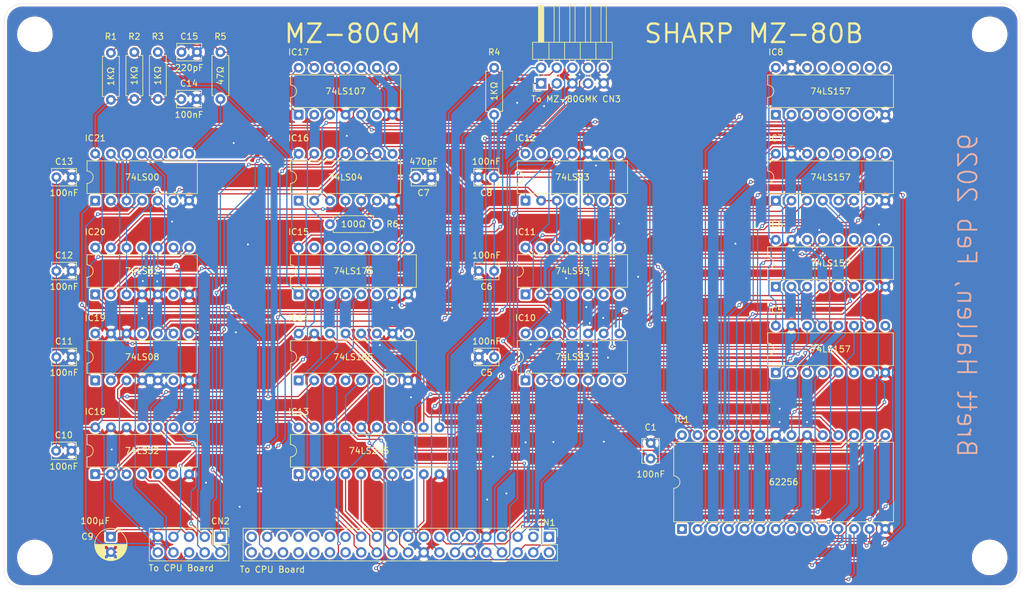
<source format=kicad_pcb>
(kicad_pcb (version 20241229) (generator "pcbnew") (generator_version "9.0")
  (title_block (title "Sharp MZ-80GM Graphics (1) RAM Board") (date "15/FEB/2026") (rev "A") (company "Brett Hallen"))
  (layers (0 "F.Cu" signal) (2 "B.Cu" signal) (13 "F.Paste" user) (15 "B.Paste" user) (5 "F.SilkS" user "F.Silkscreen") (7 "B.SilkS" user "B.Silkscreen") (1 "F.Mask" user) (3 "B.Mask" user) (25 "Edge.Cuts" user))
  (net 0 "")
  (net 1 "GND")
  (net 2 "VCC")
  (net 3 "A_{7}")
  (net 5 "A_{11}")
  (net 9 "D_{4}")
  (net 10 "A_{2}")
  (net 13 "D_{7}")
  (net 15 "~{WR}")
  (net 17 "A_{0}")
  (net 18 "A_{4}")
  (net 19 "D_{6}")
  (net 21 "D_{0}")
  (net 22 "~{RD}")
  (net 23 "D_{3}")
  (net 24 "A_{5}")
  (net 25 "D_{2}")
  (net 27 "A_{6}")
  (net 28 "D_{5}")
  (net 31 "A_{8}")
  (net 32 "D_{1}")
  (net 33 "A_{12}")
  (net 36 "A_{10}")
  (net 37 "A_{1}")
  (net 38 "A_{9}")
  (net 40 "A_{3}")
  (net 41 "1M")
  (net 42 "G1")
  (net 43 "~{VBLK}")
  (net 44 "G0")
  (net 45 "~{C SED}")
  (net 46 "8M")
  (net 47 "~{HBLK}")
  (net 48 "~{G OUT 2}")
  (net 49 "~{G OUT}")
  (net 50 "SHIFT{slash}~{LOAD}")
  (net 51 "G_{12}")
  (net 52 "G_{11}")
  (net 53 "Net-(IC14-CP)")
  (net 54 "~{IWR}")
  (net 55 "~{F_{4}-F_{7}}")
  (net 56 "SELECT")
  (net 57 "Net-(IC13-CE)")
  (net 58 "~{WE}")
  (net 59 "Net-(IC14-Q7)")
  (net 60 "RA_{0}")
  (net 61 "G_{2}")
  (net 62 "RA_{1}")
  (net 63 "G_{0}")
  (net 64 "RA_{2}")
  (net 65 "RA_{3}")
  (net 66 "G_{1}")
  (net 67 "G_{3}")
  (net 68 "RA_{7}")
  (net 69 "G_{6}")
  (net 70 "RA_{6}")
  (net 71 "G_{7}")
  (net 72 "G_{4}")
  (net 73 "RA_{4}")
  (net 74 "G_{5}")
  (net 75 "RA_{5}")
  (net 76 "RA_{10}")
  (net 77 "G_{9}")
  (net 78 "G_{10}")
  (net 79 "RA_{8}")
  (net 80 "G_{8}")
  (net 81 "RA_{11}")
  (net 82 "RA_{9}")
  (net 83 "RA_{12}")
  (net 84 "RD_{0}")
  (net 85 "RD_{5}")
  (net 86 "RD_{4}")
  (net 87 "RD_{3}")
  (net 88 "RD_{7}")
  (net 89 "RD_{2}")
  (net 90 "RD_{1}")
  (net 91 "RD_{6}")
  (net 93 "Net-(C7-Pad1)")
  (net 94 "Net-(IC17A-~{R})")
  (net 106 "Net-(IC10-R0(1))")
  (net 107 "Net-(IC12-CP0)")
  (net 109 "Net-(IC15-Q1)")
  (net 113 "Net-(IC15-~{Mr})")
  (net 114 "Net-(IC15-Q0)")
  (net 115 "Net-(IC15-Cp)")
  (net 118 "Net-(IC16-Pad6)")
  (net 119 "Net-(IC16-Pad3)")
  (net 120 "Net-(IC16-Pad4)")
  (net 121 "Net-(IC17B-~{R})")
  (net 122 "Net-(IC16-Pad13)")
  (net 123 "Net-(IC17B-J)")
  (net 125 "Net-(IC17A-J)")
  (net 126 "Net-(IC17A-Q)")
  (net 128 "Net-(IC19-Pad9)")
  (net 130 "Net-(IC19-Pad1)")
  (net 133 "Net-(IC21-Pad12)")
  (net 134 "Net-(IC21-Pad8)")
  (footprint "Capacitor_THT:C_Disc_D3.8mm_W2.6mm_P2.50mm" (layer "F.Cu") (at 73.898 60.8525)
    (property "Reference" "C14")
    (property "Value" "100nF")
  )
  (footprint "Package_DIP:DIP-14_W7.62mm" (layer "F.Cu") (at 59.928 92.6025 90)
    (property "Reference" "IC20")
    (property "Value" "74LS32")
  )
  (footprint "MountingHole:MountingHole_5.3mm_M5" (layer "F.Cu") (at 50.138 50.3325)
    (property "Reference" "H4" (hide yes))
    (property "Value" "MountingHole" (hide yes))
  )
  (footprint "Capacitor_THT:C_Disc_D3.8mm_W2.6mm_P2.50mm" (layer "F.Cu") (at 150.098 119.2725 90)
    (property "Reference" "C1")
    (property "Value" "100nF")
  )
  (footprint "Resistor_THT:R_Axial_DIN0207_L6.3mm_D2.5mm_P7.62mm_Horizontal" (layer "F.Cu") (at 70.088 60.8525 90)
    (property "Reference" "R3")
    (property "Value" "1KΩ")
  )
  (footprint "Capacitor_THT:C_Disc_D3.8mm_W2.6mm_P2.50mm" (layer "F.Cu") (at 53.578 118.0025)
    (property "Reference" "C10")
    (property "Value" "100nF")
  )
  (footprint "Capacitor_THT:C_Disc_D3.8mm_W2.6mm_P2.50mm" (layer "F.Cu") (at 124.698 102.7575 180)
    (property "Reference" "C5")
    (property "Value" "100nF")
  )
  (footprint "Package_DIP:DIP-16_W7.62mm" (layer "F.Cu") (at 170.418 77.3625 90)
    (property "Reference" "IC7")
    (property "Value" "74LS157")
  )
  (footprint "Package_DIP:DIP-16_W7.62mm" (layer "F.Cu") (at 92.948 106.5725 90)
    (property "Reference" "IC14")
    (property "Value" "74LS165")
  )
  (footprint "Package_DIP:DIP-14_W7.62mm" (layer "F.Cu") (at 59.928 77.3625 90)
    (property "Reference" "IC21")
    (property "Value" "74LS00")
  )
  (footprint "Connector_PinHeader_2.54mm:PinHeader_2x20_P2.54mm_Vertical" (layer "F.Cu") (at 133.588 131.9725 -90)
    (property "Reference" "CN1")
    (property "Value" "To CPU Board")
  )
  (footprint "Package_DIP:DIP-28_W15.24mm" (layer "F.Cu") (at 155.178 130.7025 90)
    (property "Reference" "IC1")
    (property "Value" "62256")
  )
  (footprint "Package_DIP:DIP-16_W7.62mm" (layer "F.Cu") (at 170.418 105.3025 90)
    (property "Reference" "IC5")
    (property "Value" "74LS157")
  )
  (footprint "Package_DIP:DIP-14_W7.62mm" (layer "F.Cu") (at 92.948 77.3625 90)
    (property "Reference" "IC16")
    (property "Value" "74LS04")
  )
  (footprint "Package_DIP:DIP-14_W7.62mm" (layer "F.Cu") (at 129.778 106.5675 90)
    (property "Reference" "IC10")
    (property "Value" "74LS93")
  )
  (footprint "Resistor_THT:R_Axial_DIN0207_L6.3mm_D2.5mm_P7.62mm_Horizontal" (layer "F.Cu") (at 62.468 60.9725 90)
    (property "Reference" "R1")
    (property "Value" "1KΩ")
  )
  (footprint "Package_DIP:DIP-14_W7.62mm" (layer "F.Cu") (at 59.928 121.8125 90)
    (property "Reference" "IC18")
    (property "Value" "74LS32")
  )
  (footprint "Connector_PinHeader_2.54mm:PinHeader_2x05_P2.54mm_Vertical" (layer "F.Cu") (at 80.248 131.9725 -90)
    (property "Reference" "CN2")
    (property "Value" "To CPU Board")
  )
  (footprint "Package_DIP:DIP-16_W7.62mm" (layer "F.Cu") (at 92.948 92.6025 90)
    (property "Reference" "IC15")
    (property "Value" "74LS175")
  )
  (footprint "Capacitor_THT:C_Disc_D3.8mm_W2.6mm_P2.50mm" (layer "F.Cu") (at 124.658 73.5475 180)
    (property "Reference" "C8")
    (property "Value" "100nF")
  )
  (footprint "Capacitor_THT:CP_Radial_D5.0mm_P2.50mm" (layer "F.Cu") (at 62.468 131.9725 -90)
    (property "Reference" "C9")
    (property "Value" "100µF")
  )
  (footprint "Capacitor_THT:C_Disc_D3.8mm_W2.6mm_P2.50mm" (layer "F.Cu") (at 73.938 53.2325)
    (property "Reference" "C15")
    (property "Value" "220pF")
  )
  (footprint "Capacitor_THT:C_Disc_D3.8mm_W2.6mm_P2.50mm" (layer "F.Cu") (at 53.618 102.7625)
    (property "Reference" "C11")
    (property "Value" "100nF")
  )
  (footprint "MountingHole:MountingHole_5.3mm_M5" (layer "F.Cu") (at 205.138 135.3325)
    (property "Reference" "H3" (hide yes))
    (property "Value" "MountingHole" (hide yes))
  )
  (footprint "Package_DIP:DIP-14_W7.62mm" (layer "F.Cu") (at 129.778 92.5975 90)
    (property "Reference" "IC11")
    (property "Value" "74LS93")
  )
  (footprint "Capacitor_THT:C_Disc_D3.8mm_W2.6mm_P2.50mm" (layer "F.Cu") (at 111.998 73.5525)
    (property "Reference" "C7")
    (property "Value" "470pF")
  )
  (footprint "Connector_PinHeader_2.54mm:PinHeader_2x05_P2.54mm_Horizontal" (layer "F.Cu") (at 132.318 58.3125 90)
    (property "Reference" "CN3")
    (property "Value" "To MZ-80GMK")
  )
  (footprint "Package_DIP:DIP-14_W7.62mm" (layer "F.Cu") (at 129.778 77.3575 90)
    (property "Reference" "IC12")
    (property "Value" "74LS93")
  )
  (footprint "Package_DIP:DIP-14_W7.62mm" (layer "F.Cu") (at 92.948 63.3925 90)
    (property "Reference" "IC17")
    (property "Value" "74LS107")
  )
  (footprint "Capacitor_THT:C_Disc_D3.8mm_W2.6mm_P2.50mm" (layer "F.Cu") (at 53.618 73.5525)
    (property "Reference" "C13")
    (property "Value" "100nF")
  )
  (footprint "Capacitor_THT:C_Disc_D3.8mm_W2.6mm_P2.50mm" (layer "F.Cu") (at 124.698 88.7875 180)
    (property "Reference" "C6")
    (property "Value" "100nF")
  )
  (footprint "Package_DIP:DIP-14_W7.62mm" (layer "F.Cu") (at 59.928 106.5725 90)
    (property "Reference" "IC19")
    (property "Value" "74LS08")
  )
  (footprint "Resistor_THT:R_Axial_DIN0207_L6.3mm_D2.5mm_P7.62mm_Horizontal" (layer "F.Cu") (at 66.278 60.8525 90)
    (property "Reference" "R2")
    (property "Value" "1KΩ")
  )
  (footprint "Package_DIP:DIP-16_W7.62mm" (layer "F.Cu") (at 170.418 63.3925 90)
    (property "Reference" "IC8")
    (property "Value" "74LS157")
  )
  (footprint "Resistor_THT:R_Axial_DIN0207_L6.3mm_D2.5mm_P7.62mm_Horizontal" (layer "F.Cu") (at 124.698 55.7725 -90)
    (property "Reference" "R4")
    (property "Value" "1KΩ")
  )
  (footprint "MountingHole:MountingHole_5.3mm_M5" (layer "F.Cu") (at 50.138 135.3325)
    (property "Reference" "H1" (hide yes))
    (property "Value" "MountingHole" (hide yes))
  )
  (footprint "Capacitor_THT:C_Disc_D3.8mm_W2.6mm_P2.50mm" (layer "F.Cu") (at 53.618 88.7925)
    (property "Reference" "C12")
    (property "Value" "100nF")
  )
  (footprint "MountingHole:MountingHole_5.3mm_M5" (layer "F.Cu") (at 205.138 50.3325)
    (property "Reference" "H2" (hide yes))
    (property "Value" "MountingHole" (hide yes))
  )
  (footprint "Package_DIP:DIP-20_W7.62mm" (layer "F.Cu") (at 92.948 121.8125 90)
    (property "Reference" "IC13")
    (property "Value" "74LS245")
  )
  (footprint "Package_DIP:DIP-16_W7.62mm" (layer "F.Cu") (at 170.418 91.3325 90)
    (property "Reference" "IC6")
    (property "Value" "74LS157")
  )
  (footprint "Resistor_THT:R_Axial_DIN0207_L6.3mm_D2.5mm_P7.62mm_Horizontal" (layer "F.Cu") (at 98.028 81.1725)
    (property "Reference" "R6")
    (property "Value" "100Ω")
  )
  (footprint "Resistor_THT:R_Axial_DIN0207_L6.3mm_D2.5mm_P7.62mm_Horizontal" (layer "F.Cu") (at 80.248 60.8525 90)
    (property "Reference" "R5")
    (property "Value" "47Ω")
  )
  (gr_arc (start 210.138 137.3325) (mid 209.25932 139.45382) (end 207.138 140.3325) (stroke (width 0.05)) (layer "Edge.Cuts"))
  (gr_line (start 207.138 140.3325) (end 48.138 140.3325) (stroke (width 0.05)) (layer "Edge.Cuts"))
  (gr_line (start 48.138 45.3325) (end 207.138 45.3325) (stroke (width 0.05)) (layer "Edge.Cuts"))
  (gr_line (start 45.138 137.3325) (end 45.138 48.3325) (stroke (width 0.05)) (layer "Edge.Cuts"))
  (gr_arc (start 45.138 48.3325) (mid 46.01668 46.21118) (end 48.138 45.3325) (stroke (width 0.05)) (layer "Edge.Cuts"))
  (gr_arc (start 48.138 140.3325) (mid 46.01668 139.45382) (end 45.138 137.3325) (stroke (width 0.05)) (layer "Edge.Cuts"))
  (gr_arc (start 207.138 45.3325) (mid 209.25932 46.21118) (end 210.138 48.3325) (stroke (width 0.05)) (layer "Edge.Cuts"))
  (gr_line (start 210.138 48.3325) (end 210.138 137.3325) (stroke (width 0.05)) (layer "Edge.Cuts"))
  (gr_text "SHARP MZ-80B" (at 148.828 51.9625 0) (layer "F.SilkS") (effects (font (size 3 3) (thickness 0.375)) (justify left bottom)))
  (gr_text "MZ-80GM" (at 90.408 51.9625 0) (layer "F.SilkS") (effects (font (size 3 3) (thickness 0.375)) (justify left bottom)))
  (gr_text "Brett Hallen, Feb 2026" (at 199.628 119.2725 270) (layer "B.SilkS") (effects (font (size 3 3) (thickness 0.3)) (justify left bottom mirror)))
  (segment (start 67.588 134.4725) (end 70.088 131.9725) (width 0.2) (layer "F.Cu") (net 1))
  (segment (start 62.468 134.4725) (end 67.588 134.4725) (width 0.2) (layer "F.Cu") (net 1))
  (via (at 175.498 113.3289) (size 0.6) (drill 0.3) (layers "F.Cu" "B.Cu") (net 1))
  (via (at 83.3722 127.0957) (size 0.6) (drill 0.3) (layers "F.Cu" "B.Cu") (net 1))
  (via (at 136.382 89.9609) (size 0.6) (drill 0.3) (layers "F.Cu" "B.Cu") (net 1))
  (via (at 143.1638 102.8641) (size 0.6) (drill 0.3) (layers "F.Cu" "B.Cu") (net 1))
  (via (at 84.7184 84.4745) (size 0.6) (drill 0.3) (layers "F.Cu" "B.Cu") (net 1))
  (via (at 123.555 125.9273) (size 0.6) (drill 0.3) (layers "F.Cu" "B.Cu") (net 1))
  (via (at 134.2992 116.5801) (size 0.6) (drill 0.3) (layers "F.Cu" "B.Cu") (net 1))
  (via (at 140.2174 97.2507) (size 0.6) (drill 0.3) (layers "F.Cu" "B.Cu") (net 1))
  (via (at 171.0276 113.3289) (size 0.6) (drill 0.3) (layers "F.Cu" "B.Cu") (net 1))
  (via (at 132.8006 61.9955) (size 0.6) (drill 0.3) (layers "F.Cu" "B.Cu") (net 1))
  (via (at 128.4318 61.4621) (size 0.6) (drill 0.3) (layers "F.Cu" "B.Cu") (net 1))
  (via (at 142.4018 96.4125) (size 0.6) (drill 0.3) (layers "F.Cu" "B.Cu") (net 1))
  (via (at 173.2882 85.4143) (size 0.6) (drill 0.3) (layers "F.Cu" "B.Cu") (net 1))
  (via (at 139.9888 89.4783) (size 0.6) (drill 0.3) (layers "F.Cu" "B.Cu") (net 1))
  (via (at 141.2334 71.6475) (size 0.6) (drill 0.3) (layers "F.Cu" "B.Cu") (net 1))
  (via (at 67.6496 90.4181) (size 0.6) (drill 0.3) (layers "F.Cu" "B.Cu") (net 1))
  (via (at 177.4792 82.1123) (size 0.6) (drill 0.3) (layers "F.Cu" "B.Cu") (net 1))
  (via (at 144.9418 81.0963) (size 0.6) (drill 0.3) (layers "F.Cu" "B.Cu") (net 1))
  (via (at 67.548 96.4887) (size 0.6) (drill 0.3) (layers "F.Cu" "B.Cu") (net 1))
  (via (at 139.6586 94.6599) (size 0.6) (drill 0.3) (layers "F.Cu" "B.Cu") (net 1))
  (via (at 129.8034 116.6309) (size 0.6) (drill 0.3) (layers "F.Cu" "B.Cu") (net 1))
  (via (at 124.4694 118.9423) (size 0.6) (drill 0.3) (layers "F.Cu" "B.Cu") (net 1))
  (via (at 69.9864 90.4689) (size 0.6) (drill 0.3) (layers "F.Cu" "B.Cu") (net 1))
  (via (at 82.407 67.9899) (size 0.6) (drill 0.3) (layers "F.Cu" "B.Cu") (net 1))
  (via (at 100.7712 66.8215) (size 0.6) (drill 0.3) (layers "F.Cu" "B.Cu") (net 1))
  (via (at 148.066 89.7323) (size 0.6) (drill 0.3) (layers "F.Cu" "B.Cu") (net 1))
  (via (at 82.7626 98.7493) (size 0.6) (drill 0.3) (layers "F.Cu" "B.Cu") (net 1))
  (via (at 106.1306 100.8321) (size 0.6) (drill 0.3) (layers "F.Cu" "B.Cu") (net 1))
  (via (at 72.3994 80.7661) (size 0.6) (drill 0.3) (layers "F.Cu" "B.Cu") (net 1))
  (via (at 187.1566 81.2233) (size 0.6) (drill 0.3) (layers "F.Cu" "B.Cu") (net 1))
  (via (at 138.5664 56.8647) (size 0.6) (drill 0.3) (layers "F.Cu" "B.Cu") (net 1))
  (via (at 62.595 117.7993) (size 0.6) (drill 0.3) (layers "F.Cu" "B.Cu") (net 1))
  (via (at 142.5034 116.5293) (size 0.6) (drill 0.3) (layers "F.Cu" "B.Cu") (net 1))
  (via (at 139.9126 100.8829) (size 0.6) (drill 0.3) (layers "F.Cu" "B.Cu") (net 1))
  (via (at 77.9112 123.1841) (size 0.6) (drill 0.3) (layers "F.Cu" "B.Cu") (net 1))
  (via (at 171.053 111.1699) (size 0.6) (drill 0.3) (layers "F.Cu" "B.Cu") (net 1))
  (via (at 111.1852 109.3157) (size 0.6) (drill 0.3) (layers "F.Cu" "B.Cu") (net 1))
  (via (at 126.6792 124.9367) (size 0.6) (drill 0.3) (layers "F.Cu" "B.Cu") (net 1))
  (via (at 130.6162 100.7305) (size 0.6) (drill 0.3) (layers "F.Cu" "B.Cu") (net 1))
  (via (at 108.1372 94.7615) (size 0.6) (drill 0.3) (layers "F.Cu" "B.Cu") (net 1))
  (via (at 163.8648 84.3475) (size 0.6) (drill 0.3) (layers "F.Cu" "B.Cu") (net 1))
  (segment (start 94.9731 82.9574) (end 92.948 84.9825) (width 0.2) (layer "F.Cu") (net 2))
  (segment (start 170.418 69.7425) (end 166.613 73.5475) (width 0.2) (layer "F.Cu") (net 2))
  (segment (start 61.0508 113.0697) (end 59.928 114.1925) (width 0.2) (layer "F.Cu") (net 2))
  (segment (start 107.0283 81.5922) (end 105.6631 82.9574) (width 0.2) (layer "F.Cu") (net 2))
  (segment (start 66.278 60.8525) (end 70.088 60.8525) (width 0.2) (layer "F.Cu") (net 2))
  (segment (start 53.578 118.0025) (end 57.388 114.1925) (width 0.2) (layer "F.Cu") (net 2))
  (segment (start 105.6631 82.9574) (end 94.9731 82.9574) (width 0.2) (layer "F.Cu") (net 2))
  (segment (start 124.658 73.5475) (end 139.938 73.5475) (width 0.2) (layer "F.Cu") (net 2))
  (segment (start 74.0037 130.8082) (end 75.168 131.9725) (width 0.2) (layer "F.Cu") (net 2))
  (segment (start 62.468 60.9725) (end 66.158 60.9725) (width 0.2) (layer "F.Cu") (net 2))
  (segment (start 91.8252 113.0697) (end 61.0508 113.0697) (width 0.2) (layer "F.Cu") (net 2))
  (segment (start 73.898 60.8525) (end 70.088 60.8525) (width 0.2) (layer "F.Cu") (net 2))
  (segment (start 63.6323 130.8082) (end 74.0037 130.8082) (width 0.2) (layer "F.Cu") (net 2))
  (segment (start 57.388 114.1925) (end 59.928 114.1925) (width 0.2) (layer "F.Cu") (net 2))
  (segment (start 139.938 77.3575) (end 139.938 73.5475) (width 0.2) (layer "F.Cu") (net 2))
  (segment (start 92.948 114.1925) (end 91.8252 113.0697) (width 0.2) (layer "F.Cu") (net 2))
  (segment (start 66.158 60.9725) (end 66.278 60.8525) (width 0.2) (layer "F.Cu") (net 2))
  (segment (start 123.9227 81.5922) (end 107.0283 81.5922) (width 0.2) (layer "F.Cu") (net 2))
  (segment (start 166.613 73.5475) (end 139.938 73.5475) (width 0.2) (layer "F.Cu") (net 2))
  (segment (start 62.468 131.9725) (end 63.6323 130.8082) (width 0.2) (layer "F.Cu") (net 2))
  (segment (start 124.698 80.8169) (end 123.9227 81.5922) (width 0.2) (layer "F.Cu") (net 2))
  (via (at 124.698 80.8169) (size 0.6) (drill 0.3) (layers "F.Cu" "B.Cu") (net 2))
  (segment (start 61.0371 70.8516) (end 59.928 69.7425) (width 0.2) (layer "B.Cu") (net 2))
  (segment (start 170.418 93.7709) (end 169.2999 92.6528) (width 0.2) (layer "B.Cu") (net 2))
  (segment (start 59.928 63.5125) (end 62.468 60.9725) (width 0.2) (layer "B.Cu") (net 2))
  (segment (start 141.0758 93.7353) (end 141.0758 105.4297) (width 0.2) (layer "B.Cu") (net 2))
  (segment (start 92.948 114.1925) (end 91.8021 113.0466) (width 0.2) (layer "B.Cu") (net 2))
  (segment (start 155.178 115.4625) (end 151.368 119.2725) (width 0.2) (layer "B.Cu") (net 2))
  (segment (start 61.0371 100.0616) (end 61.0371 113.0834) (width 0.2) (layer "B.Cu") (net 2))
  (segment (start 61.0952 86.1497) (end 59.928 84.9825) (width 0.2) (layer "B.Cu") (net 2))
  (segment (start 169.2985 83.3411) (end 169.6699 83.7125) (width 0.2) (layer "B.Cu") (net 2))
  (segment (start 124.698 63.3925) (end 124.698 73.5475) (width 0.2) (layer "B.Cu") (net 2))
  (segment (start 139.938 92.5975) (end 141.0758 93.7353) (width 0.2) (layer "B.Cu") (net 2))
  (segment (start 124.698 81.5922) (end 124.698 88.7875) (width 0.2) (layer "B.Cu") (net 2))
  (segment (start 61.0952 97.7853) (end 61.0952 86.1497) (width 0.2) (layer "B.Cu") (net 2))
  (segment (start 61.0371 113.0834) (end 59.928 114.1925) (width 0.2) (layer "B.Cu") (net 2))
  (segment (start 169.2985 56.892) (end 169.2985 69.7425) (width 0.2) (layer "B.Cu") (net 2))
  (segment (start 59.928 69.7425) (end 59.928 63.5125) (width 0.2) (layer "B.Cu") (net 2))
  (segment (start 92.948 84.9825) (end 91.8451 83.8796) (width 0.2) (layer "B.Cu") (net 2))
  (segment (start 151.368 119.2725) (end 150.098 119.2725) (width 0.2) (layer "B.Cu") (net 2))
  (segment (start 124.698 73.5475) (end 124.698 81.5922) (width 0.2) (layer "B.Cu") (net 2))
  (segment (start 124.698 88.7875) (end 124.698 102.7575) (width 0.2) (layer "B.Cu") (net 2))
  (segment (start 59.928 84.9825) (end 61.0371 83.8734) (width 0.2) (layer "B.Cu") (net 2))
  (segment (start 53.618 73.5525) (end 53.618 88.7925) (width 0.2) (layer "B.Cu") (net 2))
  (segment (start 91.8021 113.0466) (end 91.8021 100.0984) (width 0.2) (layer "B.Cu") (net 2))
  (segment (start 150.098 119.2725) (end 139.938 109.1125) (width 0.2) (layer "B.Cu") (net 2))
  (segment (start 169.2999 88.0777) (end 169.6699 87.7077) (width 0.2) (layer "B.Cu") (net 2))
  (segment (start 169.6699 83.7125) (end 170.418 83.7125) (width 0.2) (layer "B.Cu") (net 2))
  (segment (start 169.2985 69.7425) (end 169.2985 83.3411) (width 0.2) (layer "B.Cu") (net 2))
  (segment (start 124.698 81.5922) (end 124.698 80.8169) (width 0.2) (layer "B.Cu") (net 2))
  (segment (start 139.938 77.3575) (end 141.0492 78.4687) (width 0.2) (layer "B.Cu") (net 2))
  (segment (start 61.3663 115.6308) (end 59.928 114.1925) (width 0.2) (layer "B.Cu") (net 2))
  (segment (start 61.3663 130.8708) (end 61.3663 115.6308) (width 0.2) (layer "B.Cu") (net 2))
  (segment (start 169.2985 69.7425) (end 170.418 69.7425) (width 0.2) (layer "B.Cu") (net 2))
  (segment (start 91.8453 68.6398) (end 92.948 69.7425) (width 0.2) (layer "B.Cu") (net 2))
  (segment (start 169.6699 87.7077) (end 169.6699 83.7125) (width 0.2) (layer "B.Cu") (net 2))
  (segment (start 170.418 55.7725) (end 169.2985 56.892) (width 0.2) (layer "B.Cu") (net 2))
  (segment (start 141.0492 78.4687) (end 141.0492 91.4863) (width 0.2) (layer "B.Cu") (net 2))
  (segment (start 61.0371 83.8734) (end 61.0371 70.8516) (width 0.2) (layer "B.Cu") (net 2))
  (segment (start 53.618 117.9625) (end 53.578 118.0025) (width 0.2) (layer "B.Cu") (net 2))
  (segment (start 92.948 55.7725) (end 91.8453 56.8752) (width 0.2) (layer "B.Cu") (net 2))
  (segment (start 92.948 90.6728) (end 92.948 84.9825) (width 0.2) (layer "B.Cu") (net 2))
  (segment (start 62.468 131.9725) (end 61.3663 130.8708) (width 0.2) (layer "B.Cu") (net 2))
  (segment (start 91.8451 70.8454) (end 92.948 69.7425) (width 0.2) (layer "B.Cu") (net 2))
  (segment (start 141.0492 91.4863) (end 139.938 92.5975) (width 0.2) (layer "B.Cu") (net 2))
  (segment (start 139.938 109.1125) (end 139.938 106.5675) (width 0.2) (layer "B.Cu") (net 2))
  (segment (start 170.418 97.6825) (end 170.418 93.7709) (width 0.2) (layer "B.Cu") (net 2))
  (segment (start 94.0953 91.8201) (end 92.948 90.6728) (width 0.2) (layer "B.Cu") (net 2))
  (segment (start 169.2999 92.6528) (end 169.2999 88.0777) (width 0.2) (layer "B.Cu") (net 2))
  (segment (start 59.928 98.9525) (end 61.0371 100.0616) (width 0.2) (layer "B.Cu") (net 2))
  (segment (start 141.0758 105.4297) (end 139.938 106.5675) (width 0.2) (layer "B.Cu") (net 2))
  (segment (start 91.8021 100.0984) (end 92.948 98.9525) (width 0.2) (layer "B.Cu") (net 2))
  (segment (start 124.658 73.5475) (end 124.698 73.5475) (width 0.2) (layer "B.Cu") (net 2))
  (segment (start 59.928 98.9525) (end 61.0952 97.7853) (width 0.2) (layer "B.Cu") (net 2))
  (segment (start 94.0953 97.8052) (end 94.0953 91.8201) (width 0.2) (layer "B.Cu") (net 2))
  (segment (start 92.948 98.9525) (end 94.0953 97.8052) (width 0.2) (layer "B.Cu") (net 2))
  (segment (start 91.8453 56.8752) (end 91.8453 68.6398) (width 0.2) (layer "B.Cu") (net 2))
  (segment (start 91.8451 83.8796) (end 91.8451 70.8454) (width 0.2) (layer "B.Cu") (net 2))
  (segment (start 53.618 102.7625) (end 53.618 88.7925) (width 0.2) (layer "B.Cu") (net 2))
  (segment (start 53.618 102.7625) (end 53.618 117.9625) (width 0.2) (layer "B.Cu") (net 2))
  (segment (start 128.6096 72.8667) (end 128.7488 72.7275) (width 0.2) (layer "F.Cu") (net 3))
  (segment (start 174.3632 68.6077) (end 175.498 69.7425) (width 0.2) (layer "F.Cu") (net 3))
  (segment (start 169.9948 68.6077) (end 174.3632 68.6077) (width 0.2) (layer "F.Cu") (net 3))
  (segment (start 165.875 72.7275) (end 169.9948 68.6077) (width 0.2) (layer "F.Cu") (net 3))
  (segment (start 128.7488 72.7275) (end 165.875 72.7275) (width 0.2) (layer "F.Cu") (net 3))
  (via (at 128.6096 72.8667) (size 0.6) (drill 0.3) (layers "F.Cu" "B.Cu") (net 3))
  (segment (start 127.238 127.0055) (end 127.238 134.9014) (width 0.2) (layer "B.Cu") (net 3))
  (segment (start 128.4756 73.1463) (end 128.4756 125.7679) (width 0.2) (layer "B.Cu") (net 3))
  (segment (start 128.6096 72.8667) (end 128.6096 73.0123) (width 0.2) (layer "B.Cu") (net 3))
  (segment (start 127.238 134.9014) (end 126.467 135.6724) (width 0.2) (layer "B.Cu") (net 3))
  (segment (start 128.6096 73.0123) (end 128.4756 73.1463) (width 0.2) (layer "B.Cu") (net 3))
  (segment (start 126.467 135.6724) (end 124.5879 135.6724) (width 0.2) (layer "B.Cu") (net 3))
  (segment (start 124.5879 135.6724) (end 123.428 134.5125) (width 0.2) (layer "B.Cu") (net 3))
  (segment (start 128.4756 125.7679) (end 127.238 127.0055) (width 0.2) (layer "B.Cu") (net 3))
  (segment (start 130.233 105.2495) (end 131.2885 104.194) (width 0.2) (layer "F.Cu") (net 5))
  (segment (start 173.6167 104.194) (end 175.1938 102.6169) (width 0.2) (layer "F.Cu") (net 5))
  (segment (start 131.2885 104.194) (end 173.6167 104.194) (width 0.2) (layer "F.Cu") (net 5))
  (segment (start 175.1938 102.6169) (end 175.1938 102.1149) (width 0.2) (layer "F.Cu") (net 5))
  (via (at 175.1938 102.1149) (size 0.6) (drill 0.3) (layers "F.Cu" "B.Cu") (net 5))
  (via (at 130.233 105.2495) (size 0.6) (drill 0.3) (layers "F.Cu" "B.Cu") (net 5))
  (segment (start 128.5782 131.9725) (end 130.9218 129.6289) (width 0.2) (layer "B.Cu") (net 5))
  (segment (start 130.4231 105.2495) (end 130.233 105.2495) (width 0.2) (layer "B.Cu") (net 5))
  (segment (start 175.498 83.7125) (end 179.1487 87.3632) (width 0.2) (layer "B.Cu") (net 5))
  (segment (start 130.9218 129.6289) (end 130.9218 105.7482) (width 0.2) (layer "B.Cu") (net 5))
  (segment (start 130.9218 105.7482) (end 130.4231 105.2495) (width 0.2) (layer "B.Cu") (net 5))
  (segment (start 128.508 131.9725) (end 128.5782 131.9725) (width 0.2) (layer "B.Cu") (net 5))
  (segment (start 179.1487 87.3632) (end 179.1487 98.16) (width 0.2) (layer "B.Cu") (net 5))
  (segment (start 179.1487 98.16) (end 175.1938 102.1149) (width 0.2) (layer "B.Cu") (net 5))
  (segment (start 105.648 121.8125) (end 107.037 123.2015) (width 0.2) (layer "F.Cu") (net 9))
  (segment (start 107.037 123.2015) (end 107.037 133.3615) (width 0.2) (layer "F.Cu") (net 9))
  (segment (start 107.037 133.3615) (end 108.188 134.5125) (width 0.2) (layer "F.Cu") (net 9))
  (segment (start 116.9612 133.1257) (end 126.5032 133.1257) (width 0.2) (layer "F.Cu") (net 10))
  (segment (start 115.808 131.9725) (end 116.9612 133.1257) (width 0.2) (layer "F.Cu") (net 10))
  (segment (start 126.5032 133.1257) (end 127.3563 132.2726) (width 0.2) (layer "F.Cu") (net 10))
  (segment (start 129.2452 129.5536) (end 178.9719 129.5536) (width 0.2) (layer "F.Cu") (net 10))
  (segment (start 127.3563 132.2726) (end 127.3563 131.4425) (width 0.2) (layer "F.Cu") (net 10))
  (segment (start 127.3563 131.4425) (end 129.2452 129.5536) (width 0.2) (layer "F.Cu") (net 10))
  (via (at 178.9719 129.5536) (size 0.6) (drill 0.3) (layers "F.Cu" "B.Cu") (net 10))
  (segment (start 181.9771 126.5484) (end 181.9771 103.3375) (width 0.2) (layer "B.Cu") (net 10))
  (segment (start 181.9771 103.3375) (end 183.118 102.1966) (width 0.2) (layer "B.Cu") (net 10))
  (segment (start 183.118 102.1966) (end 183.118 97.6825) (width 0.2) (layer "B.Cu") (net 10))
  (segment (start 178.9719 129.5536) (end 181.9771 126.5484) (width 0.2) (layer "B.Cu") (net 10))
  (segment (start 113.268 121.8125) (end 113.268 129.4325) (width 0.2) (layer "F.Cu") (net 13))
  (segment (start 113.268 129.4325) (end 110.728 131.9725) (width 0.2) (layer "F.Cu") (net 13))
  (segment (start 59.928 92.6025) (end 62.0554 94.7299) (width 0.2) (layer "F.Cu") (net 15))
  (segment (start 62.0554 94.7299) (end 81.5156 94.7299) (width 0.2) (layer "F.Cu") (net 15))
  (via (at 81.5156 94.7299) (size 0.6) (drill 0.3) (layers "F.Cu" "B.Cu") (net 15))
  (segment (start 81.5156 94.7299) (end 86.5965 99.8108) (width 0.2) (layer "B.Cu") (net 15))
  (segment (start 86.5965 99.8108) (end 86.5965 133.241) (width 0.2) (layer "B.Cu") (net 15))
  (segment (start 86.5965 133.241) (end 87.868 134.5125) (width 0.2) (layer "B.Cu") (net 15))
  (segment (start 172.958 105.3025) (end 169.4331 108.8274) (width 0.2) (layer "F.Cu") (net 17))
  (segment (start 169.4331 108.8274) (end 114.3572 108.8274) (width 0.2) (layer "F.Cu") (net 17))
  (via (at 114.3572 108.8274) (size 0.6) (drill 0.3) (layers "F.Cu" "B.Cu") (net 17))
  (segment (start 112.1567 111.0279) (end 112.1567 130.8612) (width 0.2) (layer "B.Cu") (net 17))
  (segment (start 112.1567 130.8612) (end 113.268 131.9725) (width 0.2) (layer "B.Cu") (net 17))
  (segment (start 114.3572 108.8274) (end 112.1567 111.0279) (width 0.2) (layer "B.Cu") (net 17))
  (segment (start 128.2066 79.0974) (end 171.2231 79.0974) (width 0.2) (layer "F.Cu") (net 18))
  (segment (start 171.2231 79.0974) (end 172.958 77.3625) (width 0.2) (layer "F.Cu") (net 18))
  (segment (start 127.8591 79.4449) (end 128.2066 79.0974) (width 0.2) (layer "F.Cu") (net 18))
  (via (at 127.8591 79.4449) (size 0.6) (drill 0.3) (layers "F.Cu" "B.Cu") (net 18))
  (segment (start 118.348 110.6656) (end 127.8591 101.1545) (width 0.2) (layer "B.Cu") (net 18))
  (segment (start 118.348 131.9725) (end 118.348 110.6656) (width 0.2) (layer "B.Cu") (net 18))
  (segment (start 127.8591 101.1545) (end 127.8591 79.4449) (width 0.2) (layer "B.Cu") (net 18))
  (segment (start 110.728 121.8125) (end 109.339 123.2015) (width 0.2) (layer "F.Cu") (net 19))
  (segment (start 109.339 123.2015) (end 109.339 133.1235) (width 0.2) (layer "F.Cu") (net 19))
  (segment (start 109.339 133.1235) (end 110.728 134.5125) (width 0.2) (layer "F.Cu") (net 19))
  (segment (start 95.488 125.2645) (end 101.957 131.7335) (width 0.2) (layer "F.Cu") (net 21))
  (segment (start 101.957 133.3615) (end 103.108 134.5125) (width 0.2) (layer "F.Cu") (net 21))
  (segment (start 95.488 121.8125) (end 95.488 125.2645) (width 0.2) (layer "F.Cu") (net 21))
  (segment (start 101.957 131.7335) (end 101.957 133.3615) (width 0.2) (layer "F.Cu") (net 21))
  (segment (start 99.213 93.9575) (end 100.568 92.6025) (width 0.2) (layer "B.Cu") (net 21))
  (segment (start 94.3416 106.0609) (end 99.213 101.1895) (width 0.2) (layer "B.Cu") (net 21))
  (segment (start 94.3416 120.6661) (end 94.3416 106.0609) (width 0.2) (layer "B.Cu") (net 21))
  (segment (start 99.213 101.1895) (end 99.213 93.9575) (width 0.2) (layer "B.Cu") (net 21))
  (segment (start 95.488 121.8125) (end 94.3416 120.6661) (width 0.2) (layer "B.Cu") (net 21))
  (segment (start 82.2355 124.3525) (end 78.978 121.095) (width 0.2) (layer "F.Cu") (net 22))
  (segment (start 92.948 126.8925) (end 87.868 131.9725) (width 0.2) (layer "F.Cu") (net 22))
  (segment (start 92.948 124.3525) (end 82.2355 124.3525) (width 0.2) (layer "F.Cu") (net 22))
  (segment (start 92.948 121.8125) (end 92.948 124.3525) (width 0.2) (layer "F.Cu") (net 22))
  (segment (start 92.948 124.3525) (end 92.948 126.8925) (width 0.2) (layer "F.Cu") (net 22))
  (via (at 78.978 121.095) (size 0.6) (drill 0.3) (layers "F.Cu" "B.Cu") (net 22))
  (segment (start 73.729 86.0835) (end 72.628 84.9825) (width 0.2) (layer "B.Cu") (net 22))
  (segment (start 78.978 89.287557) (end 75.773943 86.0835) (width 0.2) (layer "B.Cu") (net 22))
  (segment (start 78.978 121.095) (end 78.978 89.287557) (width 0.2) (layer "B.Cu") (net 22))
  (segment (start 72.9836 84.9825) (end 72.628 84.9825) (width 0.2) (layer "B.Cu") (net 22))
  (segment (start 75.773943 86.0835) (end 73.729 86.0835) (width 0.2) (layer "B.Cu") (net 22))
  (segment (start 103.108 129.4325) (end 103.108 121.8125) (width 0.2) (layer "F.Cu") (net 23))
  (segment (start 105.648 131.9725) (end 103.108 129.4325) (width 0.2) (layer "F.Cu") (net 23))
  (segment (start 185.4215 135.6865) (end 188.113 132.995) (width 0.2) (layer "F.Cu") (net 24))
  (segment (start 122.062 135.6865) (end 185.4215 135.6865) (width 0.2) (layer "F.Cu") (net 24))
  (segment (start 120.888 134.5125) (end 122.062 135.6865) (width 0.2) (layer "F.Cu") (net 24))
  (segment (start 190.8009 76.2079) (end 182.4574 76.2079) (width 0.2) (layer "F.Cu") (net 24))
  (segment (start 181.3028 77.3625) (end 180.578 77.3625) (width 0.2) (layer "F.Cu") (net 24))
  (segment (start 191.063 76.47) (end 190.8009 76.2079) (width 0.2) (layer "F.Cu") (net 24))
  (segment (start 182.4574 76.2079) (end 181.3028 77.3625) (width 0.2) (layer "F.Cu") (net 24))
  (via (at 191.063 76.47) (size 0.6) (drill 0.3) (layers "F.Cu" "B.Cu") (net 24))
  (via (at 188.113 132.995) (size 0.6) (drill 0.3) (layers "F.Cu" "B.Cu") (net 24))
  (segment (start 188.113 132.995) (end 191.063 130.045) (width 0.2) (layer "B.Cu") (net 24))
  (segment (start 191.063 130.045) (end 191.063 76.47) (width 0.2) (layer "B.Cu") (net 24))
  (segment (start 104.497 131.7335) (end 104.497 133.3615) (width 0.2) (layer "F.Cu") (net 25))
  (segment (start 104.497 133.3615) (end 105.648 134.5125) (width 0.2) (layer "F.Cu") (net 25))
  (segment (start 100.568 121.8125) (end 100.568 127.8045) (width 0.2) (layer "F.Cu") (net 25))
  (segment (start 100.568 127.8045) (end 104.497 131.7335) (width 0.2) (layer "F.Cu") (net 25))
  (segment (start 100.5681 121.4791) (end 100.568 121.4791) (width 0.2) (layer "B.Cu") (net 25))
  (segment (start 106.7576 104.5929) (end 106.7576 115.1043) (width 0.2) (layer "B.Cu") (net 25))
  (segment (start 105.0453 117.0019) (end 100.5681 121.4791) (width 0.2) (layer "B.Cu") (net 25))
  (segment (start 104.378 86.2525) (end 104.378 102.2133) (width 0.2) (layer "B.Cu") (net 25))
  (segment (start 100.568 121.4791) (end 100.568 121.8125) (width 0.2) (layer "B.Cu") (net 25))
  (segment (start 105.0453 116.8166) (end 105.0453 117.0019) (width 0.2) (layer "B.Cu") (net 25))
  (segment (start 103.108 84.9825) (end 104.378 86.2525) (width 0.2) (layer "B.Cu") (net 25))
  (segment (start 104.378 102.2133) (end 106.7576 104.5929) (width 0.2) (layer "B.Cu") (net 25))
  (segment (start 106.7576 115.1043) (end 105.0453 116.8166) (width 0.2) (layer "B.Cu") (net 25))
  (segment (start 180.6394 67.2639) (end 183.118 69.7425) (width 0.2) (layer "F.Cu") (net 27))
  (segment (start 123.168 67.2639) (end 180.6394 67.2639) (width 0.2) (layer "F.Cu") (net 27))
  (via (at 123.168 67.2639) (size 0.6) (drill 0.3) (layers "F.Cu" "B.Cu") (net 27))
  (segment (start 119.0402 133.1826) (end 117.8697 133.1826) (width 0.2) (layer "B.Cu") (net 27))
  (segment (start 120.888 131.9725) (end 120.2503 131.9725) (width 0.2) (layer "B.Cu") (net 27))
  (segment (start 120.2503 131.9725) (end 119.0402 133.1826) (width 0.2) (layer "B.Cu") (net 27))
  (segment (start 123.348 96.2225) (end 123.348 67.4439) (width 0.2) (layer "B.Cu") (net 27))
  (segment (start 117.1655 102.405) (end 123.348 96.2225) (width 0.2) (layer "B.Cu") (net 27))
  (segment (start 123.348 67.4439) (end 123.168 67.2639) (width 0.2) (layer "B.Cu") (net 27))
  (segment (start 117.8697 133.1826) (end 117.1655 132.4784) (width 0.2) (layer "B.Cu") (net 27))
  (segment (start 117.1655 132.4784) (end 117.1655 102.405) (width 0.2) (layer "B.Cu") (net 27))
  (segment (start 108.188 121.8125) (end 108.188 131.9725) (width 0.2) (layer "F.Cu") (net 28))
  (segment (start 172.3097 103.487) (end 128.7861 103.487) (width 0.2) (layer "F.Cu") (net 31))
  (segment (start 128.7861 103.487) (end 127.8236 104.4495) (width 0.2) (layer "F.Cu") (net 31))
  (segment (start 172.7802 103.0165) (end 172.3097 103.487) (width 0.2) (layer "F.Cu") (net 31))
  (via (at 127.8236 104.4495) (size 0.6) (drill 0.3) (layers "F.Cu" "B.Cu") (net 31))
  (via (at 172.7802 103.0165) (size 0.6) (drill 0.3) (layers "F.Cu" "B.Cu") (net 31))
  (segment (start 174.0778 92.4523) (end 172.958 91.3325) (width 0.2) (layer "B.Cu") (net 31))
  (segment (start 124.7774 133.3219) (end 125.968 134.5125) (width 0.2) (layer "B.Cu") (net 31))
  (segment (start 127.8236 120.9113) (end 124.7774 123.9575) (width 0.2) (layer "B.Cu") (net 31))
  (segment (start 173.3657 100.6522) (end 174.0778 99.9401) (width 0.2) (layer "B.Cu") (net 31))
  (segment (start 127.8236 104.4495) (end 127.8236 120.9113) (width 0.2) (layer "B.Cu") (net 31))
  (segment (start 124.7774 123.9575) (end 124.7774 133.3219) (width 0.2) (layer "B.Cu") (net 31))
  (segment (start 172.7802 103.0165) (end 173.3657 102.431) (width 0.2) (layer "B.Cu") (net 31))
  (segment (start 173.3657 102.431) (end 173.3657 100.6522) (width 0.2) (layer "B.Cu") (net 31))
  (segment (start 174.0778 99.9401) (end 174.0778 92.4523) (width 0.2) (layer "B.Cu") (net 31))
  (segment (start 98.028 121.8125) (end 98.028 126.8925) (width 0.2) (layer "F.Cu") (net 32))
  (segment (start 98.028 126.8925) (end 103.108 131.9725) (width 0.2) (layer "F.Cu") (net 32))
  (segment (start 96.9167 120.7012) (end 96.9167 106.1113) (width 0.2) (layer "B.Cu") (net 32))
  (segment (start 96.9167 106.1113) (end 101.838 101.19) (width 0.2) (layer "B.Cu") (net 32))
  (segment (start 101.838 101.19) (end 101.838 93.8725) (width 0.2) (layer "B.Cu") (net 32))
  (segment (start 101.838 93.8725) (end 103.108 92.6025) (width 0.2) (layer "B.Cu") (net 32))
  (segment (start 98.028 121.8125) (end 96.9167 120.7012) (width 0.2) (layer "B.Cu") (net 32))
  (segment (start 141.0709 64.5646) (end 171.7859 64.5646) (width 0.2) (layer "F.Cu") (net 33))
  (segment (start 171.7859 64.5646) (end 172.958 63.3925) (width 0.2) (layer "F.Cu") (net 33))
  (via (at 141.0709 64.5646) (size 0.6) (drill 0.3) (layers "F.Cu" "B.Cu") (net 33))
  (segment (start 138.668 66.6517) (end 138.668 116.8739) (width 0.2) (layer "B.Cu") (net 33))
  (segment (start 138.668 116.8739) (end 132.378 123.1639) (width 0.2) (layer "B.Cu") (net 33))
  (segment (start 140.7551 64.5646) (end 138.668 66.6517) (width 0.2) (layer "B.Cu") (net 33))
  (segment (start 141.0709 64.5646) (end 140.7551 64.5646) (width 0.2) (layer "B.Cu") (net 33))
  (segment (start 132.378 133.1825) (end 131.048 134.5125) (width 0.2) (layer "B.Cu") (net 33))
  (segment (start 132.378 123.1639) (end 132.378 133.1825) (width 0.2) (layer "B.Cu") (net 33))
  (segment (start 181.2097 133.5419) (end 180.9851 133.3173) (width 0.2) (layer "F.Cu") (net 36))
  (segment (start 180.9851 133.3173) (end 129.7032 133.3173) (width 0.2) (layer "F.Cu") (net 36))
  (segment (start 129.7032 133.3173) (end 128.508 134.5125) (width 0.2) (layer "F.Cu") (net 36))
  (via (at 181.2097 133.5419) (size 0.6) (drill 0.3) (layers "F.Cu" "B.Cu") (net 36))
  (segment (start 184.2292 127.2211) (end 181.8076 129.6427) (width 0.2) (layer "B.Cu") (net 36))
  (segment (start 181.8076 132.944) (end 181.2097 133.5419) (width 0.2) (layer "B.Cu") (net 36))
  (segment (start 181.8076 129.6427) (end 181.8076 132.944) (width 0.2) (layer "B.Cu") (net 36))
  (segment (start 184.2292 84.8237) (end 184.2292 127.2211) (width 0.2) (layer "B.Cu") (net 36))
  (segment (start 183.118 83.7125) (end 184.2292 84.8237) (width 0.2) (layer "B.Cu") (net 36))
  (segment (start 115.8983 109.8858) (end 175.9947 109.8858) (width 0.2) (layer "F.Cu") (net 37))
  (segment (start 115.0714 110.7127) (end 115.8983 109.8858) (width 0.2) (layer "F.Cu") (net 37))
  (segment (start 175.9947 109.8858) (end 180.578 105.3025) (width 0.2) (layer "F.Cu") (net 37))
  (via (at 115.0714 110.7127) (size 0.6) (drill 0.3) (layers "F.Cu" "B.Cu") (net 37))
  (segment (start 115.0714 110.7127) (end 114.5288 111.2553) (width 0.2) (layer "B.Cu") (net 37))
  (segment (start 114.5288 111.2553) (end 114.5288 133.2333) (width 0.2) (layer "B.Cu") (net 37))
  (segment (start 114.5288 133.2333) (end 115.808 134.5125) (width 0.2) (layer "B.Cu") (net 37))
  (segment (start 129.9926 127.9479) (end 125.968 131.9725) (width 0.2) (layer "F.Cu") (net 38))
  (segment (start 177.2009 127.9479) (end 129.9926 127.9479) (width 0.2) (layer "F.Cu") (net 38))
  (via (at 177.2009 127.9479) (size 0.6) (drill 0.3) (layers "F.Cu" "B.Cu") (net 38))
  (segment (start 179.308 125.8408) (end 177.2009 127.9479) (width 0.2) (layer "B.Cu") (net 38))
  (segment (start 180.578 91.3325) (end 181.6824 92.4369) (width 0.2) (layer "B.Cu") (net 38))
  (segment (start 181.6824 92.4369) (end 181.6824 99.1181) (width 0.2) (layer "B.Cu") (net 38))
  (segment (start 181.6824 99.1181) (end 179.308 101.4925) (width 0.2) (layer "B.Cu") (net 38))
  (segment (start 179.308 101.4925) (end 179.308 125.8408) (width 0.2) (layer "B.Cu") (net 38))
  (segment (start 129.1646 102.2577) (end 173.9903 102.2577) (width 0.2) (layer "F.Cu") (net 40))
  (segment (start 125.803 105.6193) (end 129.1646 102.2577) (width 0.2) (layer "F.Cu") (net 40))
  (segment (start 125.803 105.86) (end 125.803 105.6193) (width 0.2) (layer "F.Cu") (net 40))
  (via (at 173.9903 102.2577) (size 0.6) (drill 0.3) (layers "F.Cu" "B.Cu") (net 40))
  (via (at 125.803 105.86) (size 0.6) (drill 0.3) (layers "F.Cu" "B.Cu") (net 40))
  (segment (start 122.2763 132.2726) (end 122.2763 109.3867) (width 0.2) (layer "B.Cu") (net 40))
  (segment (start 121.2885 133.2604) (end 122.2763 132.2726) (width 0.2) (layer "B.Cu") (net 40))
  (segment (start 118.348 134.5125) (end 119.6001 133.2604) (width 0.2) (layer "B.Cu") (net 40))
  (segment (start 175.498 97.6825) (end 175.498 100.75) (width 0.2) (layer "B.Cu") (net 40))
  (segment (start 175.498 100.75) (end 173.9903 102.2577) (width 0.2) (layer "B.Cu") (net 40))
  (segment (start 119.6001 133.2604) (end 121.2885 133.2604) (width 0.2) (layer "B.Cu") (net 40))
  (segment (start 122.2763 109.3867) (end 125.803 105.86) (width 0.2) (layer "B.Cu") (net 40))
  (segment (start 139.938 55.7725) (end 138.7135 54.548) (width 0.2) (layer "F.Cu") (net 41))
  (segment (start 70.088 77.3625) (end 71.4536 78.7281) (width 0.2) (layer "F.Cu") (net 41))
  (segment (start 138.7135 54.548) (end 99.2525 54.548) (width 0.2) (layer "F.Cu") (net 41))
  (segment (start 99.2525 54.548) (end 98.028 55.7725) (width 0.2) (layer "F.Cu") (net 41))
  (segment (start 71.4536 78.7281) (end 96.8785 78.7281) (width 0.2) (layer "F.Cu") (net 41))
  (via (at 96.8785 78.7281) (size 0.6) (drill 0.3) (layers "F.Cu" "B.Cu") (net 41))
  (segment (start 71.4492 128.7617) (end 66.4319 123.7444) (width 0.2) (layer "B.Cu") (net 41))
  (segment (start 71.4492 133.3337) (end 71.4492 128.7617) (width 0.2) (layer "B.Cu") (net 41))
  (segment (start 68.8908 78.5597) (end 70.088 77.3625) (width 0.2) (layer "B.Cu") (net 41))
  (segment (start 66.4319 105.8886) (end 68.8908 103.4297) (width 0.2) (layer "B.Cu") (net 41))
  (segment (start 68.8908 103.4297) (end 68.8908 78.5597) (width 0.2) (layer "B.Cu") (net 41))
  (segment (start 98.028 55.7725) (end 99.1378 56.8823) (width 0.2) (layer "B.Cu") (net 41))
  (segment (start 72.628 134.5125) (end 71.4492 133.3337) (width 0.2) (layer "B.Cu") (net 41))
  (segment (start 66.4319 123.7444) (end 66.4319 105.8886) (width 0.2) (layer "B.Cu") (net 41))
  (segment (start 99.1378 56.8823) (end 99.1378 77.8527) (width 0.2) (layer "B.Cu") (net 41))
  (segment (start 98.2624 78.7281) (end 96.8785 78.7281) (width 0.2) (layer "B.Cu") (net 41))
  (segment (start 99.1378 77.8527) (end 98.2624 78.7281) (width 0.2) (layer "B.Cu") (net 41))
  (segment (start 101.838 63.6892) (end 101.838 63.0643) (width 0.2) (layer "F.Cu") (net 42))
  (segment (start 97.4405 64.7145) (end 100.8127 64.7145) (width 0.2) (layer "F.Cu") (net 42))
  (segment (start 100.8127 64.7145) (end 101.838 63.6892) (width 0.2) (layer "F.Cu") (net 42))
  (segment (start 106.5898 58.3125) (end 132.318 58.3125) (width 0.2) (layer "F.Cu") (net 42))
  (segment (start 101.838 63.0643) (end 106.5898 58.3125) (width 0.2) (layer "F.Cu") (net 42))
  (via (at 97.4405 64.7145) (size 0.6) (drill 0.3) (layers "F.Cu" "B.Cu") (net 42))
  (segment (start 96.758 65.397) (end 96.758 76.0925) (width 0.2) (layer "B.Cu") (net 42))
  (segment (start 97.4405 64.7145) (end 96.758 65.397) (width 0.2) (layer "B.Cu") (net 42))
  (segment (start 96.758 76.0925) (end 95.488 77.3625) (width 0.2) (layer "B.Cu") (net 42))
  (segment (start 88.6903 118.12) (end 76.088 118.12) (width 0.2) (layer "F.Cu") (net 43))
  (segment (start 104.552 65.2293) (end 100.568 69.2133) (width 0.2) (layer "F.Cu") (net 43))
  (segment (start 98.4102 71.9003) (end 100.568 69.7425) (width 0.2) (layer "F.Cu") (net 43))
  (segment (start 139.938 58.3125) (end 133.0212 65.2293) (width 0.2) (layer "F.Cu") (net 43))
  (segment (start 90.281 72.5619) (end 90.9426 71.9003) (width 0.2) (layer "F.Cu") (net 43))
  (segment (start 133.0212 65.2293) (end 104.552 65.2293) (width 0.2) (layer "F.Cu") (net 43))
  (segment (start 90.9426 71.9003) (end 98.4102 71.9003) (width 0.2) (layer "F.Cu") (net 43))
  (segment (start 73.786 120.422) (end 73.786 120.4236) (width 0.2) (layer "F.Cu") (net 43))
  (segment (start 76.088 118.12) (end 73.786 120.422) (width 0.2) (layer "F.Cu") (net 43))
  (segment (start 89.6714 117.1389) (end 88.6903 118.12) (width 0.2) (layer "F.Cu") (net 43))
  (segment (start 100.568 69.2133) (end 100.568 69.7425) (width 0.2) (layer "F.Cu") (net 43))
  (via (at 89.6714 117.1389) (size 0.6) (drill 0.3) (layers "F.Cu" "B.Cu") (net 43))
  (via (at 90.281 72.5619) (size 0.6) (drill 0.3) (layers "F.Cu" "B.Cu") (net 43))
  (via (at 73.786 120.4236) (size 0.6) (drill 0.3) (layers "F.Cu" "B.Cu") (net 43))
  (segment (start 90.763 96.6698) (end 90.763 116.0473) (width 0.2) (layer "B.Cu") (net 43))
  (segment (start 73.786 120.4236) (end 73.786 130.8145) (width 0.2) (layer "B.Cu") (net 43))
  (segment (start 73.786 130.8145) (end 72.628 131.9725) (width 0.2) (layer "B.Cu") (net 43))
  (segment (start 89.9245 72.9184) (end 89.9245 95.8313) (width 0.2) (layer "B.Cu") (net 43))
  (segment (start 89.9245 95.8313) (end 90.763 96.6698) (width 0.2) (layer "B.Cu") (net 43))
  (segment (start 90.281 72.5619) (end 89.9245 72.9184) (width 0.2) (layer "B.Cu") (net 43))
  (segment (start 90.763 116.0473) (end 89.6714 117.1389) (width 0.2) (layer "B.Cu") (net 43))
  (segment (start 125.6886 81.6297) (end 124.8999 82.4184) (width 0.2) (layer "F.Cu") (net 44))
  (segment (start 124.8999 82.4184) (end 110.7521 82.4184) (width 0.2) (layer "F.Cu") (net 44))
  (segment (start 110.7521 82.4184) (end 108.188 84.9825) (width 0.2) (layer "F.Cu") (net 44))
  (via (at 125.6886 81.6297) (size 0.6) (drill 0.3) (layers "F.Cu" "B.Cu") (net 44))
  (segment (start 126.0768 81.2415) (end 126.0768 67.0937) (width 0.2) (layer "B.Cu") (net 44))
  (segment (start 126.0768 67.0937) (end 134.858 58.3125) (width 0.2) (layer "B.Cu") (net 44))
  (segment (start 125.6886 81.6297) (end 126.0768 81.2415) (width 0.2) (layer "B.Cu") (net 44))
  (segment (start 80.248 134.5125) (end 78.8986 133.1631) (width 0.2) (layer "F.Cu") (net 45))
  (segment (start 78.8986 131.53534) (end 70.27676 122.9135) (width 0.2) (layer "F.Cu") (net 45))
  (segment (start 79.613 92.3231) (end 80.5911 91.345) (width 0.2) (layer "F.Cu") (net 45))
  (segment (start 80.5911 91.345) (end 116.9729 91.345) (width 0.2) (layer "F.Cu") (net 45))
  (segment (start 116.9729 91.345) (end 119.5046 88.8133) (width 0.2) (layer "F.Cu") (net 45))
  (segment (start 70.27676 122.9135) (end 68.649 122.9135) (width 0.2) (layer "F.Cu") (net 45))
  (segment (start 68.649 122.9135) (end 67.548 121.8125) (width 0.2) (layer "F.Cu") (net 45))
  (segment (start 78.8986 133.1631) (end 78.8986 131.53534) (width 0.2) (layer "F.Cu") (net 45))
  (via (at 119.5046 88.8133) (size 0.6) (drill 0.3) (layers "F.Cu" "B.Cu") (net 45))
  (via (at 79.613 92.3231) (size 0.6) (drill 0.3) (layers "F.Cu" "B.Cu") (net 45))
  (segment (start 130.743 55.7725) (end 119.5046 67.0109) (width 0.2) (layer "B.Cu") (net 45))
  (segment (start 132.318 55.7725) (end 130.743 55.7725) (width 0.2) (layer "B.Cu") (net 45))
  (segment (start 79.0379 126.2993) (end 79.0379 133.3024) (width 0.2) (layer "B.Cu") (net 45))
  (segment (start 79.613 92.3231) (end 79.613 125.7242) (width 0.2) (layer "B.Cu") (net 45))
  (segment (start 79.613 125.7242) (end 79.0379 126.2993) (width 0.2) (layer "B.Cu") (net 45))
  (segment (start 79.0379 133.3024) (end 80.248 134.5125) (width 0.2) (layer "B.Cu") (net 45))
  (segment (start 119.5046 67.0109) (end 119.5046 88.8133) (width 0.2) (layer "B.Cu") (net 45))
  (segment (start 66.7558 117.5247) (end 87.7938 117.5247) (width 0.2) (layer "F.Cu") (net 46))
  (segment (start 125.3039 95.8029) (end 90.0674 95.8029) (width 0.2) (layer "F.Cu") (net 46))
  (segment (start 87.7938 117.5247) (end 87.9923 117.3262) (width 0.2) (layer "F.Cu") (net 46))
  (segment (start 90.0674 95.8029) (end 89.5563 96.314) (width 0.2) (layer "F.Cu") (net 46))
  (segment (start 125.9653 95.1415) (end 125.3039 95.8029) (width 0.2) (layer "F.Cu") (net 46))
  (segment (start 59.928 121.8125) (end 62.468 121.8125) (width 0.2) (layer "F.Cu") (net 46))
  (segment (start 62.468 121.8125) (end 66.7558 117.5247) (width 0.2) (layer "F.Cu") (net 46))
  (via (at 87.9923 117.3262) (size 0.6) (drill 0.3) (layers "F.Cu" "B.Cu") (net 46))
  (via (at 125.9653 95.1415) (size 0.6) (drill 0.3) (layers "F.Cu" "B.Cu") (net 46))
  (via (at 89.5563 96.314) (size 0.6) (drill 0.3) (layers "F.Cu" "B.Cu") (net 46))
  (segment (start 126.8323 94.2745) (end 125.9653 95.1415) (width 0.2) (layer "B.Cu") (net 46))
  (segment (start 70.57644 133.1235) (end 69.61124 133.1235) (width 0.2) (layer "B.Cu") (net 46))
  (segment (start 71.239 133.78606) (end 70.57644 133.1235) (width 0.2) (layer "B.Cu") (net 46))
  (segment (start 71.92434 135.6746) (end 71.239 134.98926) (width 0.2) (layer "B.Cu") (net 46))
  (segment (start 126.8323 71.0878) (end 126.8323 94.2745) (width 0.2) (layer "B.Cu") (net 46))
  (segment (start 69.61124 133.1235) (end 62.468 125.98026) (width 0.2) (layer "B.Cu") (net 46))
  (segment (start 137.398 55.7725) (end 136.128 57.0425) (width 0.2) (layer "B.Cu") (net 46))
  (segment (start 75.168 134.5125) (end 74.0059 135.6746) (width 0.2) (layer "B.Cu") (net 46))
  (segment (start 136.128 57.0425) (end 136.128 61.7921) (width 0.2) (layer "B.Cu") (net 46))
  (segment (start 89.5563 115.7622) (end 89.5563 96.314) (width 0.2) (layer "B.Cu") (net 46))
  (segment (start 136.128 61.7921) (end 126.8323 71.0878) (width 0.2) (layer "B.Cu") (net 46))
  (segment (start 71.239 134.98926) (end 71.239 133.78606) (width 0.2) (layer "B.Cu") (net 46))
  (segment (start 87.9923 117.3262) (end 89.5563 115.7622) (width 0.2) (layer "B.Cu") (net 46))
  (segment (start 62.468 125.98026) (end 62.468 121.8125) (width 0.2) (layer "B.Cu") (net 46))
  (segment (start 74.0059 135.6746) (end 71.92434 135.6746) (width 0.2) (layer "B.Cu") (net 46))
  (segment (start 67.548 77.3625) (end 65.3625 79.548) (width 0.2) (layer "F.Cu") (net 47))
  (segment (start 138.5497 58.8426) (end 132.5647 64.8276) (width 0.2) (layer "F.Cu") (net 47))
  (segment (start 63.5712 70.8457) (end 62.468 69.7425) (width 0.2) (layer "F.Cu") (net 47))
  (segment (start 103.3857 64.8276) (end 102.6839 65.5294) (width 0.2) (layer "F.Cu") (net 47))
  (segment (start 141.208 57.0425) (end 139.5196 57.0425) (width 0.2) (layer "F.Cu") (net 47))
  (segment (start 65.3625 79.548) (end 60.3626 79.548) (width 0.2) (layer "F.Cu") (net 47))
  (segment (start 89.7452 65.5294) (end 84.4289 70.8457) (width 0.2) (layer "F.Cu") (net 47))
  (segment (start 139.5196 57.0425) (end 138.5497 58.0124) (width 0.2) (layer "F.Cu") (net 47))
  (segment (start 102.6839 65.5294) (end 89.7452 65.5294) (width 0.2) (layer "F.Cu") (net 47))
  (segment (start 138.5497 58.0124) (end 138.5497 58.8426) (width 0.2) (layer "F.Cu") (net 47))
  (segment (start 142.478 55.7725) (end 141.208 57.0425) (width 0.2) (layer "F.Cu") (net 47))
  (segment (start 132.5647 64.8276) (end 103.3857 64.8276) (width 0.2) (layer "F.Cu") (net 47))
  (segment (start 84.4289 70.8457) (end 63.5712 70.8457) (width 0.2) (layer "F.Cu") (net 47))
  (via (at 60.3626 79.548) (size 0.6) (drill 0.3) (layers "F.Cu" "B.Cu") (net 47))
  (segment (start 63.738 71.0125) (end 62.468 69.7425) (width 0.2) (layer "B.Cu") (net 47))
  (segment (start 64.5684 78.49) (end 63.738 77.6596) (width 0.2) (layer "B.Cu") (net 47))
  (segment (start 66.4205 78.49) (end 64.5684 78.49) (width 0.2) (layer "B.Cu") (net 47))
  (segment (start 60.9767 133.0735) (end 68.649 133.0735) (width 0.2) (layer "B.Cu") (net 47))
  (segment (start 58.3913 130.4881) (end 58.3913 81.5193) (width 0.2) (layer "B.Cu") (net 47))
  (segment (start 63.738 77.6596) (end 63.738 71.0125) (width 0.2) (layer "B.Cu") (net 47))
  (segment (start 67.548 77.3625) (end 66.4205 78.49) (width 0.2) (layer "B.Cu") (net 47))
  (segment (start 68.649 133.0735) (end 70.088 134.5125) (width 0.2) (layer "B.Cu") (net 47))
  (segment (start 58.3913 130.4881) (end 60.9767 133.0735) (width 0.2) (layer "B.Cu") (net 47))
  (segment (start 58.3913 81.5193) (end 60.3626 79.548) (width 0.2) (layer "B.Cu") (net 47))
  (segment (start 116.6716 96.4125) (end 116.1635 96.9206) (width 0.2) (layer "F.Cu") (net 48))
  (segment (start 116.1635 96.9206) (end 72.1199 96.9206) (width 0.2) (layer "F.Cu") (net 48))
  (segment (start 72.1199 96.9206) (end 70.088 98.9525) (width 0.2) (layer "F.Cu") (net 48))
  (segment (start 134.858 55.7725) (end 133.6772 56.9533) (width 0.2) (layer "F.Cu") (net 48))
  (segment (start 133.6772 56.9533) (end 125.8788 56.9533) (width 0.2) (layer "F.Cu") (net 48))
  (segment (start 125.8788 56.9533) (end 124.698 55.7725) (width 0.2) (layer "F.Cu") (net 48))
  (via (at 116.6716 96.4125) (size 0.6) (drill 0.3) (layers "F.Cu" "B.Cu") (net 48))
  (segment (start 117.3114 95.7727) (end 117.3114 63.1591) (width 0.2) (layer "B.Cu") (net 48))
  (segment (start 116.6716 96.4125) (end 117.3114 95.7727) (width 0.2) (layer "B.Cu") (net 48))
  (segment (start 117.3114 63.1591) (end 124.698 55.7725) (width 0.2) (layer "B.Cu") (net 48))
  (segment (start 96.2719 71.4986) (end 84.8645 71.4986) (width 0.2) (layer "F.Cu") (net 49))
  (segment (start 98.028 69.7425) (end 96.2719 71.4986) (width 0.2) (layer "F.Cu") (net 49))
  (segment (start 84.8645 71.4986) (end 84.863 71.5001) (width 0.2) (layer "F.Cu") (net 49))
  (via (at 84.863 71.5001) (size 0.6) (drill 0.3) (layers "F.Cu" "B.Cu") (net 49))
  (segment (start 80.248 76.1151) (end 80.248 131.9725) (width 0.2) (layer "B.Cu") (net 49))
  (segment (start 84.863 71.5001) (end 80.248 76.1151) (width 0.2) (layer "B.Cu") (net 49))
  (segment (start 94.3767 78.1242) (end 94.3767 64.5038) (width 0.2) (layer "B.Cu") (net 50))
  (segment (start 92.948 106.5725) (end 96.6176 102.9029) (width 0.2) (layer "B.Cu") (net 50))
  (segment (start 96.6176 80.3651) (end 94.3767 78.1242) (width 0.2) (layer "B.Cu") (net 50))
  (segment (start 94.3767 64.5038) (end 95.488 63.3925) (width 0.2) (layer "B.Cu") (net 50))
  (segment (start 96.6176 102.9029) (end 96.6176 80.3651) (width 0.2) (layer "B.Cu") (net 50))
  (segment (start 175.498 63.3925) (end 173.0595 65.831) (width 0.2) (layer "F.Cu") (net 51))
  (segment (start 173.0595 65.831) (end 104.8011 65.831) (width 0.2) (layer "F.Cu") (net 51))
  (via (at 104.8011 65.831) (size 0.6) (drill 0.3) (layers "F.Cu" "B.Cu") (net 51))
  (segment (start 103.108 64.1379) (end 103.108 63.3925) (width 0.2) (layer "B.Cu") (net 51))
  (segment (start 104.8011 65.831) (end 103.108 64.1379) (width 0.2) (layer "B.Cu") (net 51))
  (segment (start 132.8261 94.3756) (end 137.398 98.9475) (width 0.2) (layer "F.Cu") (net 52))
  (segment (start 175.0662 86.6843) (end 154.2647 86.6843) (width 0.2) (layer "F.Cu") (net 52))
  (segment (start 154.2647 86.6843) (end 146.3462 94.6028) (width 0.2) (layer "F.Cu") (net 52))
  (segment (start 109.748 94.3756) (end 132.8261 94.3756) (width 0.2) (layer "F.Cu") (net 52))
  (segment (start 178.038 83.7125) (end 175.0662 86.6843) (width 0.2) (layer "F.Cu") (net 52))
  (segment (start 146.3462 94.6028) (end 141.7427 94.6028) (width 0.2) (layer "F.Cu") (net 52))
  (segment (start 141.7427 94.6028) (end 137.398 98.9475) (width 0.2) (layer "F.Cu") (net 52))
  (via (at 109.748 94.3756) (size 0.6) (drill 0.3) (layers "F.Cu" "B.Cu") (net 52))
  (segment (start 105.648 55.7725) (end 109.458 59.5825) (width 0.2) (layer "B.Cu") (net 52))
  (segment (start 109.458 59.5825) (end 109.458 94.0856) (width 0.2) (layer "B.Cu") (net 52))
  (segment (start 109.458 94.0856) (end 109.748 94.3756) (width 0.2) (layer "B.Cu") (net 52))
  (segment (start 87.9923 109.195) (end 92.8655 109.195) (width 0.2) (layer "F.Cu") (net 53))
  (segment (start 92.8655 109.195) (end 95.488 106.5725) (width 0.2) (layer "F.Cu") (net 53))
  (segment (start 87.9923 109.195) (end 65.1096 109.195) (width 0.2) (layer "F.Cu") (net 53))
  (via (at 65.1096 109.195) (size 0.6) (drill 0.3) (layers "F.Cu" "B.Cu") (net 53))
  (via (at 87.9923 109.195) (size 0.6) (drill 0.3) (layers "F.Cu" "B.Cu") (net 53))
  (segment (start 63.8567 120.6612) (end 65.008 121.8125) (width 0.2) (layer "B.Cu") (net 53))
  (segment (start 70.088 69.7425) (end 71.2486 70.9031) (width 0.2) (layer "B.Cu") (net 53))
  (segment (start 84.7801 70.2976) (end 86.567543 70.2976) (width 0.2) (layer "B.Cu") (net 53))
  (segment (start 65.1096 109.195) (end 64.213 109.195) (width 0.2) (layer "B.Cu") (net 53))
  (segment (start 86.567543 70.2976) (end 86.6693 70.2976) (width 0.2) (layer "B.Cu") (net 53))
  (segment (start 64.213 109.195) (end 63.8567 109.5513) (width 0.2) (layer "B.Cu") (net 53))
  (segment (start 71.2486 70.9031) (end 84.1746 70.9031) (width 0.2) (layer "B.Cu") (net 53))
  (segment (start 87.9923 71.6206) (end 87.9923 109.195) (width 0.2) (layer "B.Cu") (net 53))
  (segment (start 84.1746 70.9031) (end 84.7801 70.2976) (width 0.2) (layer "B.Cu") (net 53))
  (segment (start 63.8567 109.5513) (end 63.8567 120.6612) (width 0.2) (layer "B.Cu") (net 53))
  (segment (start 86.6693 70.2976) (end 87.9923 71.6206) (width 0.2) (layer "B.Cu") (net 53))
  (segment (start 72.82 116.9245) (end 75.696 116.9245) (width 0.2) (layer "F.Cu") (net 54))
  (segment (start 75.696 116.9245) (end 75.696 116.9229) (width 0.2) (layer "F.Cu") (net 54))
  (segment (start 77.708 131.9725) (end 75.563 129.8275) (width 0.2) (layer "F.Cu") (net 54))
  (segment (start 70.088 114.1925) (end 72.82 116.9245) (width 0.2) (layer "F.Cu") (net 54))
  (segment (start 75.563 129.8275) (end 75.4971 129.8275) (width 0.2) (layer "F.Cu") (net 54))
  (via (at 75.4971 129.8275) (size 0.6) (drill 0.3) (layers "F.Cu" "B.Cu") (net 54))
  (via (at 75.696 116.9229) (size 0.6) (drill 0.3) (layers "F.Cu" "B.Cu") (net 54))
  (segment (start 75.4971 124.5933) (end 76.2851 123.8053) (width 0.2) (layer "B.Cu") (net 54))
  (segment (start 76.2851 117.512) (end 75.696 116.9229) (width 0.2) (layer "B.Cu") (net 54))
  (segment (start 76.2851 123.8053) (end 76.2851 117.512) (width 0.2) (layer "B.Cu") (net 54))
  (segment (start 75.4971 129.8275) (end 75.4971 124.5933) (width 0.2) (layer "B.Cu") (net 54))
  (segment (start 76.5562 124.3145) (end 76.7504 124.1203) (width 0.2) (layer "B.Cu") (net 55))
  (segment (start 75.9888 116.3212) (end 74.7567 116.3212) (width 0.2) (layer "B.Cu") (net 55))
  (segment (start 76.7504 117.0828) (end 75.9888 116.3212) (width 0.2) (layer "B.Cu") (net 55))
  (segment (start 74.7567 116.3212) (end 72.628 114.1925) (width 0.2) (layer "B.Cu") (net 55))
  (segment (start 77.708 134.5125) (end 76.5562 133.3607) (width 0.2) (layer "B.Cu") (net 55))
  (segment (start 76.7504 124.1203) (end 76.7504 117.0828) (width 0.2) (layer "B.Cu") (net 55))
  (segment (start 76.5562 133.3607) (end 76.5562 124.3145) (width 0.2) (layer "B.Cu") (net 55))
  (segment (start 75.0077 80.0628) (end 122.5502 80.0628) (width 0.2) (layer "F.Cu") (net 56))
  (segment (start 70.088 84.9825) (end 75.0077 80.0628) (width 0.2) (layer "F.Cu") (net 56))
  (segment (start 122.5502 80.0628) (end 123.9769 78.6361) (width 0.2) (layer "F.Cu") (net 56))
  (segment (start 123.9769 78.6361) (end 169.1444 78.6361) (width 0.2) (layer "F.Cu") (net 56))
  (segment (start 72.7574 88.3446) (end 73.063 88.039) (width 0.2) (layer "F.Cu") (net 56))
  (segment (start 62.468 92.6025) (end 62.468 92.3527) (width 0.2) (layer "F.Cu") (net 56))
  (segment (start 62.468 92.3527) (end 66.4761 88.3446) (width 0.2) (layer "F.Cu") (net 56))
  (segment (start 70.1928 88.3446) (end 72.7574 88.3446) (width 0.2) (layer "F.Cu") (net 56))
  (segment (start 169.1444 78.6361) (end 170.418 77.3625) (width 0.2) (layer "F.Cu") (net 56))
  (segment (start 66.4761 88.3446) (end 70.1928 88.3446) (width 0.2) (layer "F.Cu") (net 56))
  (via (at 70.1928 88.3446) (size 0.6) (drill 0.3) (layers "F.Cu" "B.Cu") (net 56))
  (via (at 73.063 88.039) (size 0.6) (drill 0.3) (layers "F.Cu" "B.Cu") (net 56))
  (segment (start 73.7364 88.7124) (end 73.7364 111.2273) (width 0.2) (layer "B.Cu") (net 56))
  (segment (start 171.5292 78.4737) (end 171.5292 90.2213) (width 0.2) (layer "B.Cu") (net 56))
  (segment (start 70.088 88.2398) (end 70.1928 88.3446) (width 0.2) (layer "B.Cu") (net 56))
  (segment (start 170.418 91.3325) (end 171.5292 92.4437) (width 0.2) (layer "B.Cu") (net 56))
  (segment (start 73.7364 111.2273) (end 71.5167 113.447) (width 0.2) (layer "B.Cu") (net 56))
  (segment (start 171.5292 90.2213) (end 170.418 91.3325) (width 0.2) (layer "B.Cu") (net 56))
  (segment (start 170.418 63.3925) (end 171.5199 64.4944) (width 0.2) (layer "B.Cu") (net 56))
  (segment (start 170.418 77.3625) (end 171.5292 78.4737) (width 0.2) (layer "B.Cu") (net 56))
  (segment (start 73.063 88.039) (end 73.7364 88.7124) (width 0.2) (layer "B.Cu") (net 56))
  (segment (start 171.5292 92.4437) (end 171.5292 104.1913) (width 0.2) (layer "B.Cu") (net 56))
  (segment (start 171.5199 64.4944) (end 171.5199 76.2606) (width 0.2) (layer "B.Cu") (net 56))
  (segment (start 71.5167 120.7012) (end 72.628 121.8125) (width 0.2) (layer "B.Cu") (net 56))
  (segment (start 71.5167 113.447) (end 71.5167 120.7012) (width 0.2) (layer "B.Cu") (net 56))
  (segment (start 171.5292 104.1913) (end 170.418 105.3025) (width 0.2) (layer "B.Cu") (net 56))
  (segment (start 171.5199 76.2606) (end 170.418 77.3625) (width 0.2) (layer "B.Cu") (net 56))
  (segment (start 70.088 84.9825) (end 70.088 88.2398) (width 0.2) (layer "B.Cu") (net 56))
  (segment (start 65.008 106.5725) (end 63.5718 108.0087) (width 0.2) (layer "F.Cu") (net 57))
  (segment (start 63.5718 108.0087) (end 63.5718 109.4135) (width 0.2) (layer "F.Cu") (net 57))
  (segment (start 93.2737 111.9782) (end 95.488 114.1925) (width 0.2) (layer "F.Cu") (net 57))
  (segment (start 66.1365 111.9782) (end 93.2737 111.9782) (width 0.2) (layer "F.Cu") (net 57))
  (segment (start 63.5718 109.4135) (end 66.1365 111.9782) (width 0.2) (layer "F.Cu") (net 57))
  (segment (start 110.8673 89.2955) (end 66.376 89.2955) (width 0.2) (layer "F.Cu") (net 58))
  (segment (start 151.2918 88.1321) (end 150.8329 87.6732) (width 0.2) (layer "F.Cu") (net 58))
  (segment (start 112.4896 87.6732) (end 110.8673 89.2955) (width 0.2) (layer "F.Cu") (net 58))
  (segment (start 150.8329 87.6732) (end 112.4896 87.6732) (width 0.2) (layer "F.Cu") (net 58))
  (via (at 151.2918 88.1321) (size 0.6) (drill 0.3) (layers "F.Cu" "B.Cu") (net 58))
  (via (at 66.376 89.2955) (size 0.6) (drill 0.3) (layers "F.Cu" "B.Cu") (net 58))
  (segment (start 152.2268 89.0671) (end 152.2268 109.9713) (width 0.2) (layer "B.Cu") (net 58))
  (segment (start 67.548 88.1235) (end 67.548 84.9825) (width 0.2) (layer "B.Cu") (net 58))
  (segment (start 66.5837 102.4568) (end 66.5837 100.3315) (width 0.2) (layer "B.Cu") (net 58))
  (segment (start 62.468 106.5725) (end 66.5837 102.4568) (width 0.2) (layer "B.Cu") (net 58))
  (segment (start 66.376 100.1238) (end 66.376 89.2955) (width 0.2) (layer "B.Cu") (net 58))
  (segment (start 152.2268 109.9713) (end 157.718 115.4625) (width 0.2) (layer "B.Cu") (net 58))
  (segment (start 66.5837 100.3315) (end 66.376 100.1238) (width 0.2) (layer "B.Cu") (net 58))
  (segment (start 151.2918 88.1321) (end 152.2268 89.0671) (width 0.2) (layer "B.Cu") (net 58))
  (segment (start 66.376 89.2955) (end 67.548 88.1235) (width 0.2) (layer "B.Cu") (net 58))
  (segment (start 89.7618 100.5807) (end 92.5443 97.7982) (width 0.2) (layer "F.Cu") (net 59))
  (segment (start 92.5443 97.7982) (end 109.5737 97.7982) (width 0.2) (layer "F.Cu") (net 59))
  (segment (start 109.5737 97.7982) (end 110.728 98.9525) (width 0.2) (layer "F.Cu") (net 59))
  (segment (start 65.982 100.5807) (end 89.7618 100.5807) (width 0.2) (layer "F.Cu") (net 59))
  (via (at 65.982 100.5807) (size 0.6) (drill 0.3) (layers "F.Cu" "B.Cu") (net 59))
  (segment (start 65.051 100.5807) (end 65.982 100.5807) (width 0.2) (layer "B.Cu") (net 59))
  (segment (start 63.9063 78.8008) (end 63.9063 99.436) (width 0.2) (layer "B.Cu") (net 59))
  (segment (start 63.9063 99.436) (end 65.051 100.5807) (width 0.2) (layer "B.Cu") (net 59))
  (segment (start 62.468 77.3625) (end 63.9063 78.8008) (width 0.2) (layer "B.Cu") (net 59))
  (segment (start 178.038 105.3025) (end 176.7905 106.55) (width 0.2) (layer "B.Cu") (net 60))
  (segment (start 176.5992 127.6988) (end 176.5992 129.2637) (width 0.2) (layer "B.Cu") (net 60))
  (segment (start 176.7905 106.55) (end 176.7905 127.5075) (width 0.2) (layer "B.Cu") (net 60))
  (segment (start 176.7905 127.5075) (end 176.5992 127.6988) (width 0.2) (layer "B.Cu") (net 60))
  (segment (start 176.5992 129.2637) (end 178.038 130.7025) (width 0.2) (layer "B.Cu") (net 60))
  (segment (start 185.658 97.6825) (end 184.5549 96.5794) (width 0.2) (layer "F.Cu") (net 61))
  (segment (start 150.8934 96.5794) (end 149.9704 97.5024) (width 0.2) (layer "F.Cu") (net 61))
  (segment (start 184.5549 96.5794) (end 150.8934 96.5794) (width 0.2) (layer "F.Cu") (net 61))
  (via (at 149.9704 97.5024) (size 0.6) (drill 0.3) (layers "F.Cu" "B.Cu") (net 61))
  (segment (start 149.9704 97.5024) (end 149.9704 74.6899) (width 0.2) (layer "B.Cu") (net 61))
  (segment (start 149.9704 74.6899) (end 145.018 69.7375) (width 0.2) (layer "B.Cu") (net 61))
  (segment (start 181.848 130.9976) (end 181.0125 131.8331) (width 0.2) (layer "F.Cu") (net 62))
  (segment (start 181.848 130.3872) (end 181.848 130.9976) (width 0.2) (layer "F.Cu") (net 62))
  (segment (start 181.0125 131.8331) (end 176.6286 131.8331) (width 0.2) (layer "F.Cu") (net 62))
  (segment (start 185.6599 129.1646) (end 183.0706 129.1646) (width 0.2) (layer "F.Cu") (net 62))
  (segment (start 183.0706 129.1646) (end 181.848 130.3872) (width 0.2) (layer "F.Cu") (net 62))
  (segment (start 176.6286 131.8331) (end 175.498 130.7025) (width 0.2) (layer "F.Cu") (net 62))
  (via (at 185.6599 129.1646) (size 0.6) (drill 0.3) (layers "F.Cu" "B.Cu") (net 62))
  (segment (start 186.7695 128.055) (end 186.7695 106.414) (width 0.2) (layer "B.Cu") (net 62))
  (segment (start 185.6599 129.1646) (end 186.7695 128.055) (width 0.2) (layer "B.Cu") (net 62))
  (segment (start 186.7695 106.414) (end 185.658 105.3025) (width 0.2) (layer "B.Cu") (net 62))
  (segment (start 175.8767 104.9238) (end 175.8767 101.8874) (width 0.2) (layer "F.Cu") (net 63))
  (segment (start 175.498 105.3025) (end 175.8767 104.9238) (width 0.2) (layer "F.Cu") (net 63))
  (segment (start 175.8767 101.8874) (end 175.4778 101.4885) (width 0.2) (layer "F.Cu") (net 63))
  (segment (start 159.2991 101.4885) (end 159.1061 101.6815) (width 0.2) (layer "F.Cu") (net 63))
  (segment (start 127.6295 101.6815) (end 126.1526 100.2046) (width 0.2) (layer "F.Cu") (net 63))
  (segment (start 175.4778 101.4885) (end 159.2991 101.4885) (width 0.2) (layer "F.Cu") (net 63))
  (segment (start 159.1061 101.6815) (end 127.6295 101.6815) (width 0.2) (layer "F.Cu") (net 63))
  (via (at 126.1526 100.2046) (size 0.6) (drill 0.3) (layers "F.Cu" "B.Cu") (net 63))
  (segment (start 128.4095 71.5053) (end 133.0902 71.5053) (width 0.2) (layer "B.Cu") (net 63))
  (segment (start 129.778 77.3575) (end 129.778 74.8175) (width 0.2) (layer "B.Cu") (net 63))
  (segment (start 127.234 72.6808) (end 128.4095 71.5053) (width 0.2) (layer "B.Cu") (net 63))
  (segment (start 129.778 74.8175) (end 130.4223 74.1732) (width 0.2) (layer "B.Cu") (net 63))
  (segment (start 126.1526 100.2046) (end 127.234 99.1232) (width 0.2) (layer "B.Cu") (net 63))
  (segment (start 127.234 99.1232) (end 127.234 72.6808) (width 0.2) (layer "B.Cu") (net 63))
  (segment (start 130.4223 74.1732) (end 134.858 69.7375) (width 0.2) (layer "B.Cu") (net 63))
  (segment (start 185.6799 132.2416) (end 174.4971 132.2416) (width 0.2) (layer "F.Cu") (net 64))
  (segment (start 186.7597 131.1618) (end 185.6799 132.2416) (width 0.2) (layer "F.Cu") (net 64))
  (segment (start 174.4971 132.2416) (end 172.958 130.7025) (width 0.2) (layer "F.Cu") (net 64))
  (segment (start 186.7597 128.5141) (end 186.7597 131.1618) (width 0.2) (layer "F.Cu") (net 64))
  (segment (start 188.2288 127.045) (end 186.7597 128.5141) (width 0.2) (layer "F.Cu") (net 64))
  (via (at 188.2288 127.045) (size 0.6) (drill 0.3) (layers "F.Cu" "B.Cu") (net 64))
  (segment (start 188.198 97.6825) (end 189.3594 98.8439) (width 0.2) (layer "B.Cu") (net 64))
  (segment (start 189.3594 125.9144) (end 188.2288 127.045) (width 0.2) (layer "B.Cu") (net 64))
  (segment (start 189.3594 98.8439) (end 189.3594 125.9144) (width 0.2) (layer "B.Cu") (net 64))
  (segment (start 174.228 104.0325) (end 180.578 97.6825) (width 0.2) (layer "B.Cu") (net 65))
  (segment (start 170.418 130.7025) (end 174.228 126.8925) (width 0.2) (layer "B.Cu") (net 65))
  (segment (start 174.228 126.8925) (end 174.228 104.0325) (width 0.2) (layer "B.Cu") (net 65))
  (segment (start 178.8777 101.0622) (end 143.863 101.0622) (width 0.2) (layer "F.Cu") (net 66))
  (segment (start 183.118 105.3025) (end 178.8777 101.0622) (width 0.2) (layer "F.Cu") (net 66))
  (segment (start 143.863 101.0622) (end 143.863 101.0621) (width 0.2) (layer "F.Cu") (net 66))
  (via (at 143.863 101.0621) (size 0.6) (drill 0.3) (layers "F.Cu" "B.Cu") (net 66))
  (segment (start 143.863 101.0621) (end 143.863 71.1225) (width 0.2) (layer "B.Cu") (net 66))
  (segment (start 143.863 71.1225) (end 142.478 69.7375) (width 0.2) (layer "B.Cu") (net 66))
  (segment (start 152.0406 86.5344) (end 131.3349 86.5344) (width 0.2) (layer "F.Cu") (net 67))
  (segment (start 152.5257 86.0493) (end 152.0406 86.5344) (width 0.2) (layer "F.Cu") (net 67))
  (segment (start 131.3349 86.5344) (end 129.778 84.9775) (width 0.2) (layer "F.Cu") (net 67))
  (segment (start 136.084 71.0515) (end 134.8657 71.0515) (width 0.2) (layer "F.Cu") (net 67))
  (segment (start 174.6852 86.0493) (end 152.5257 86.0493) (width 0.2) (layer "F.Cu") (net 67))
  (segment (start 137.398 69.7375) (end 136.084 71.0515) (width 0.2) (layer "F.Cu") (net 67))
  (via (at 174.6852 86.0493) (size 0.6) (drill 0.3) (layers "F.Cu" "B.Cu") (net 67))
  (via (at 134.8657 71.0515) (size 0.6) (drill 0.3) (layers "F.Cu" "B.Cu") (net 67))
  (segment (start 133.588 81.0827) (end 129.778 84.8927) (width 0.2) (layer "B.Cu") (net 67))
  (segment (start 176.1167 86.0493) (end 176.768 86.7006) (width 0.2) (layer "B.Cu") (net 67))
  (segment (start 176.768 86.7006) (end 176.768 96.4125) (width 0.2) (layer "B.Cu") (net 67))
  (segment (start 133.588 72.3292) (end 133.588 81.0827) (width 0.2) (layer "B.Cu") (net 67))
  (segment (start 176.768 96.4125) (end 178.038 97.6825) (width 0.2) (layer "B.Cu") (net 67))
  (segment (start 129.778 84.8927) (end 129.778 84.9775) (width 0.2) (layer "B.Cu") (net 67))
  (segment (start 174.6852 86.0493) (end 176.1167 86.0493) (width 0.2) (layer "B.Cu") (net 67))
  (segment (start 134.8657 71.0515) (end 133.588 72.3292) (width 0.2) (layer "B.Cu") (net 67))
  (segment (start 180.578 69.7425) (end 176.0055 74.315) (width 0.2) (layer "F.Cu") (net 68))
  (segment (start 176.0055 74.315) (end 166.3505 74.315) (width 0.2) (layer "F.Cu") (net 68))
  (via (at 166.3505 74.315) (size 0.6) (drill 0.3) (layers "F.Cu" "B.Cu") (net 68))
  (segment (start 161.528 79.1375) (end 161.528 129.4325) (width 0.2) (layer "B.Cu") (net 68))
  (segment (start 161.528 129.4325) (end 160.258 130.7025) (width 0.2) (layer "B.Cu") (net 68))
  (segment (start 166.3505 74.315) (end 161.528 79.1375) (width 0.2) (layer "B.Cu") (net 68))
  (segment (start 183.753 80.6514) (end 182.9525 81.4519) (width 0.2) (layer "F.Cu") (net 69))
  (segment (start 182.9525 81.4519) (end 169.0718 81.4519) (width 0.2) (layer "F.Cu") (net 69))
  (segment (start 168.8092 81.7145) (end 168.8092 81.728443) (width 0.2) (layer "F.Cu") (net 69))
  (segment (start 169.0718 81.4519) (end 168.8092 81.7145) (width 0.2) (layer "F.Cu") (net 69))
  (segment (start 168.457143 82.0805) (end 147.915 82.0805) (width 0.2) (layer "F.Cu") (net 69))
  (segment (start 147.915 82.0805) (end 145.018 84.9775) (width 0.2) (layer "F.Cu") (net 69))
  (segment (start 168.8092 81.728443) (end 168.457143 82.0805) (width 0.2) (layer "F.Cu") (net 69))
  (segment (start 183.753 80.5883) (end 183.753 80.6514) (width 0.2) (layer "F.Cu") (net 69))
  (via (at 183.753 80.5883) (size 0.6) (drill 0.3) (layers "F.Cu" "B.Cu") (net 69))
  (segment (start 183.753 80.5883) (end 184.388 79.9533) (width 0.2) (layer "B.Cu") (net 69))
  (segment (start 184.388 79.9533) (end 184.388 71.0125) (width 0.2) (layer "B.Cu") (net 69))
  (segment (start 184.388 71.0125) (end 185.658 69.7425) (width 0.2) (layer "B.Cu") (net 69))
  (segment (start 167.463 76.47) (end 167.7278 76.2052) (width 0.2) (layer "F.Cu") (net 70))
  (segment (start 181.7353 76.2052) (end 188.198 69.7425) (width 0.2) (layer "F.Cu") (net 70))
  (segment (start 167.7278 76.2052) (end 181.7353 76.2052) (width 0.2) (layer "F.Cu") (net 70))
  (via (at 167.463 76.47) (size 0.6) (drill 0.3) (layers "F.Cu" "B.Cu") (net 70))
  (segment (start 164.068 129.4325) (end 164.068 96.1966) (width 0.2) (layer "B.Cu") (net 70))
  (segment (start 166.7505 93.5141) (end 166.7505 77.1825) (width 0.2) (layer "B.Cu") (net 70))
  (segment (start 166.7505 77.1825) (end 167.463 76.47) (width 0.2) (layer "B.Cu") (net 70))
  (segment (start 162.798 130.7025) (end 164.068 129.4325) (width 0.2) (layer "B.Cu") (net 70))
  (segment (start 164.068 96.1966) (end 166.7505 93.5141) (width 0.2) (layer "B.Cu") (net 70))
  (segment (start 172.9573 82.5702) (end 149.9688 82.5702) (width 0.2) (layer "F.Cu") (net 71))
  (segment (start 146.4085 86.1305) (end 138.551 86.1305) (width 0.2) (layer "F.Cu") (net 71))
  (segment (start 149.9688 82.5702) (end 146.4085 86.1305) (width 0.2) (layer "F.Cu") (net 71))
  (segment (start 173.2755 82.252) (end 172.9573 82.5702) (width 0.2) (layer "F.Cu") (net 71))
  (segment (start 138.551 86.1305) (end 137.398 84.9775) (width 0.2) (layer "F.Cu") (net 71))
  (via (at 173.2755 82.252) (size 0.6) (drill 0.3) (layers "F.Cu" "B.Cu") (net 71))
  (segment (start 173.2755 82.252) (end 174.1048 81.4227) (width 0.2) (layer "B.Cu") (net 71))
  (segment (start 174.1048 81.4227) (end 174.1048 73.6757) (width 0.2) (layer "B.Cu") (net 71))
  (segment (start 133.588 95.1375) (end 133.588 88.7875) (width 0.2) (layer "B.Cu") (net 71))
  (segment (start 174.1048 73.6757) (end 178.038 69.7425) (width 0.2) (layer "B.Cu") (net 71))
  (segment (start 129.778 98.9475) (end 133.588 95.1375) (width 0.2) (layer "B.Cu") (net 71))
  (segment (start 133.588 88.7875) (end 137.398 84.9775) (width 0.2) (layer "B.Cu") (net 71))
  (segment (start 175.498 77.3625) (end 173.0153 79.8452) (width 0.2) (layer "F.Cu") (net 72))
  (segment (start 132.6544 83.0739) (end 132.551 82.9705) (width 0.2) (layer "F.Cu") (net 72))
  (segment (start 138.0867 79.8452) (end 134.858 83.0739) (width 0.2) (layer "F.Cu") (net 72))
  (segment (start 173.0153 79.8452) (end 138.0867 79.8452) (width 0.2) (layer "F.Cu") (net 72))
  (segment (start 134.858 83.0739) (end 134.858 84.9775) (width 0.2) (layer "F.Cu") (net 72))
  (segment (start 134.858 83.0739) (end 132.6544 83.0739) (width 0.2) (layer "F.Cu") (net 72))
  (via (at 132.551 82.9705) (size 0.6) (drill 0.3) (layers "F.Cu" "B.Cu") (net 72))
  (segment (start 131.048 91.3275) (end 129.778 92.5975) (width 0.2) (layer "B.Cu") (net 72))
  (segment (start 132.551 82.9705) (end 131.048 84.4735) (width 0.2) (layer "B.Cu") (net 72))
  (segment (start 131.048 84.4735) (end 131.048 91.3275) (width 0.2) (layer "B.Cu") (net 72))
  (segment (start 169.6814 94.2027) (end 182.0057 94.2027) (width 0.2) (layer "F.Cu") (net 73))
  (segment (start 182.0057 94.2027) (end 182.497 93.7114) (width 0.2) (layer "F.Cu") (net 73))
  (segment (start 169.6306 94.2535) (end 169.6814 94.2027) (width 0.2) (layer "F.Cu") (net 73))
  (via (at 169.6306 94.2535) (size 0.6) (drill 0.3) (layers "F.Cu" "B.Cu") (net 73))
  (via (at 182.497 93.7114) (size 0.6) (drill 0.3) (layers "F.Cu" "B.Cu") (net 73))
  (segment (start 181.848 81.1725) (end 178.038 77.3625) (width 0.2) (layer "B.Cu") (net 73))
  (segment (start 181.848 92.0277) (end 181.848 81.1725) (width 0.2) (layer "B.Cu") (net 73))
  (segment (start 169.099 129.4815) (end 167.878 130.7025) (width 0.2) (layer "B.Cu") (net 73))
  (segment (start 182.497 93.7114) (end 182.497 92.6767) (width 0.2) (layer "B.Cu") (net 73))
  (segment (start 169.099 94.7851) (end 169.099 129.4815) (width 0.2) (layer "B.Cu") (net 73))
  (segment (start 169.6306 94.2535) (end 169.099 94.7851) (width 0.2) (layer "B.Cu") (net 73))
  (segment (start 182.497 92.6767) (end 181.848 92.0277) (width 0.2) (layer "B.Cu") (net 73))
  (segment (start 183.118 77.3625) (end 179.9813 80.4992) (width 0.2) (layer "F.Cu") (net 74))
  (segment (start 179.9813 80.4992) (end 146.9563 80.4992) (width 0.2) (layer "F.Cu") (net 74))
  (segment (start 146.9563 80.4992) (end 142.478 84.9775) (width 0.2) (layer "F.Cu") (net 74))
  (segment (start 180.1474 80.9002) (end 180.1545 80.8931) (width 0.2) (layer "F.Cu") (net 75))
  (segment (start 168.7875 80.9002) (end 180.1474 80.9002) (width 0.2) (layer "F.Cu") (net 75))
  (segment (start 168.2082 81.4795) (end 168.7875 80.9002) (width 0.2) (layer "F.Cu") (net 75))
  (segment (start 180.1545 80.8931) (end 182.1274 80.8931) (width 0.2) (layer "F.Cu") (net 75))
  (segment (start 182.1274 80.8931) (end 185.658 77.3625) (width 0.2) (layer "F.Cu") (net 75))
  (via (at 168.2082 81.4795) (size 0.6) (drill 0.3) (layers "F.Cu" "B.Cu") (net 75))
  (segment (start 167.463 82.2247) (end 167.463 95.9013) (width 0.2) (layer "B.Cu") (net 75))
  (segment (start 166.4397 96.9246) (end 166.4397 129.6008) (width 0.2) (layer "B.Cu") (net 75))
  (segment (start 166.4397 129.6008) (end 165.338 130.7025) (width 0.2) (layer "B.Cu") (net 75))
  (segment (start 167.463 95.9013) (end 166.4397 96.9246) (width 0.2) (layer "B.Cu") (net 75))
  (segment (start 168.2082 81.4795) (end 167.463 82.2247) (width 0.2) (layer "B.Cu") (net 75))
  (segment (start 173.466 111.6779) (end 173.9581 111.1858) (width 0.2) (layer "F.Cu") (net 76))
  (segment (start 187.0803 111.1858) (end 188.0645 110.2016) (width 0.2) (layer "F.Cu") (net 76))
  (segment (start 173.9581 111.1858) (end 187.0803 111.1858) (width 0.2) (layer "F.Cu") (net 76))
  (segment (start 188.0645 110.2016) (end 188.0645 110.1031) (width 0.2) (layer "F.Cu") (net 76))
  (via (at 188.0645 110.1031) (size 0.6) (drill 0.3) (layers "F.Cu" "B.Cu") (net 76))
  (via (at 173.466 111.6779) (size 0.6) (drill 0.3) (layers "F.Cu" "B.Cu") (net 76))
  (segment (start 173.466 111.6779) (end 173.008 112.1359) (width 0.2) (layer "B.Cu") (net 76))
  (segment (start 187.0701 106.1398) (end 187.0701 84.8404) (width 0.2) (layer "B.Cu") (net 76))
  (segment (start 188.0645 110.1031) (end 188.0645 107.1342) (width 0.2) (layer "B.Cu") (net 76))
  (segment (start 173.008 112.1359) (end 173.008 115.4125) (width 0.2) (layer "B.Cu") (net 76))
  (segment (start 187.0701 84.8404) (end 188.198 83.7125) (width 0.2) (layer "B.Cu") (net 76))
  (segment (start 173.008 115.4125) (end 172.958 115.4625) (width 0.2) (layer "B.Cu") (net 76))
  (segment (start 188.0645 107.1342) (end 187.0701 106.1398) (width 0.2) (layer "B.Cu") (net 76))
  (segment (start 142.478 98.9475) (end 144.7367 96.6888) (width 0.2) (layer "F.Cu") (net 77))
  (segment (start 144.7367 96.6888) (end 145.7229 96.6888) (width 0.2) (layer "F.Cu") (net 77))
  (segment (start 152.2393 90.1724) (end 181.9579 90.1724) (width 0.2) (layer "F.Cu") (net 77))
  (segment (start 145.7229 96.6888) (end 152.2393 90.1724) (width 0.2) (layer "F.Cu") (net 77))
  (segment (start 181.9579 90.1724) (end 183.118 91.3325) (width 0.2) (layer "F.Cu") (net 77))
  (segment (start 153.627 88.1346) (end 146.5066 95.255) (width 0.2) (layer "F.Cu") (net 78))
  (segment (start 146.5066 95.255) (end 145.8628 95.255) (width 0.2) (layer "F.Cu") (net 78))
  (segment (start 181.2359 88.1346) (end 153.627 88.1346) (width 0.2) (layer "F.Cu") (net 78))
  (segment (start 185.658 83.7125) (end 181.2359 88.1346) (width 0.2) (layer "F.Cu") (net 78))
  (segment (start 145.8628 95.255) (end 145.8628 95.2551) (width 0.2) (layer "F.Cu") (net 78))
  (via (at 145.8628 95.2551) (size 0.6) (drill 0.3) (layers "F.Cu" "B.Cu") (net 78))
  (segment (start 145.018 96.0999) (end 145.018 98.9475) (width 0.2) (layer "B.Cu") (net 78))
  (segment (start 145.8628 95.2551) (end 145.018 96.0999) (width 0.2) (layer "B.Cu") (net 78))
  (segment (start 175.8282 93.5423) (end 165.2523 93.5423) (width 0.2) (layer "F.Cu") (net 79))
  (segment (start 165.2523 93.5423) (end 164.4938 94.3008) (width 0.2) (layer "F.Cu") (net 79))
  (segment (start 178.038 91.3325) (end 175.8282 93.5423) (width 0.2) (layer "F.Cu") (net 79))
  (via (at 164.4938 94.3008) (size 0.6) (drill 0.3) (layers "F.Cu" "B.Cu") (net 79))
  (segment (start 162.798 115.4625) (end 162.798 95.9966) (width 0.2) (layer "B.Cu") (net 79))
  (segment (start 162.798 95.9966) (end 164.4938 94.3008) (width 0.2) (layer "B.Cu") (net 79))
  (segment (start 152.8322 92.7831) (end 174.0474 92.7831) (width 0.2) (layer "F.Cu") (net 80))
  (segment (start 134.858 98.9475) (end 135.9805 100.07) (width 0.2) (layer "F.Cu") (net 80))
  (segment (start 135.9805 100.07) (end 145.5453 100.07) (width 0.2) (layer "F.Cu") (net 80))
  (segment (start 145.5453 100.07) (end 152.8322 92.7831) (width 0.2) (layer "F.Cu") (net 80))
  (segment (start 174.0474 92.7831) (end 175.498 91.3325) (width 0.2) (layer "F.Cu") (net 80))
  (segment (start 129.6313 106.4208) (end 129.778 106.5675) (width 0.2) (layer "B.Cu") (net 80))
  (segment (start 134.858 98.9475) (end 129.6313 104.1742) (width 0.2) (layer "B.Cu") (net 80))
  (segment (start 129.6313 104.1742) (end 129.6313 106.4208) (width 0.2) (layer "B.Cu") (net 80))
  (segment (start 168.386 87.4971) (end 168.767 87.1161) (width 0.2) (layer "F.Cu") (net 81))
  (segment (start 177.1744 87.1161) (end 180.578 83.7125) (width 0.2) (layer "F.Cu") (net 81))
  (segment (start 168.767 87.1161) (end 177.1744 87.1161) (width 0.2) (layer "F.Cu") (net 81))
  (via (at 168.386 87.4971) (size 0.6) (drill 0.3) (layers "F.Cu" "B.Cu") (net 81))
  (segment (start 168.386 87.4971) (end 168.1037 87.4971) (width 0.2) (layer "B.Cu") (net 81))
  (segment (start 167.878 87.7228) (end 167.878 115.4625) (width 0.2) (layer "B.Cu") (net 81))
  (segment (start 168.1037 87.4971) (end 167.878 87.7228) (width 0.2) (layer "B.Cu") (net 81))
  (segment (start 166.6755 95.8044) (end 181.2549 95.8044) (width 0.2) (layer "F.Cu") (net 82))
  (segment (start 185.658 91.4013) (end 185.658 91.3325) (width 0.2) (layer "F.Cu") (net 82))
  (segment (start 181.2549 95.8044) (end 185.658 91.4013) (width 0.2) (layer "F.Cu") (net 82))
  (via (at 166.6755 95.8044) (size 0.6) (drill 0.3) (layers "F.Cu" "B.Cu") (net 82))
  (segment (start 165.338 115.4625) (end 165.338 97.1419) (width 0.2) (layer "B.Cu") (net 82))
  (segment (start 165.338 97.1419) (end 166.6755 95.8044) (width 0.2) (layer "B.Cu") (net 82))
  (segment (start 178.038 63.3925) (end 176.8932 62.2477) (width 0.2) (layer "F.Cu") (net 83))
  (segment (start 176.8932 62.2477) (end 166.0277 62.2477) (width 0.2) (layer "F.Cu") (net 83))
  (segment (start 166.0277 62.2477) (end 164.513 63.7624) (width 0.2) (layer "F.Cu") (net 83))
  (via (at 164.513 63.7624) (size 0.6) (drill 0.3) (layers "F.Cu" "B.Cu") (net 83))
  (segment (start 158.988 69.2874) (end 158.988 129.4325) (width 0.2) (layer "B.Cu") (net 83))
  (segment (start 164.513 63.7624) (end 158.988 69.2874) (width 0.2) (layer "B.Cu") (net 83))
  (segment (start 158.988 129.4325) (end 157.718 130.7025) (width 0.2) (layer "B.Cu") (net 83))
  (segment (start 176.313 136.622) (end 176.0155 136.3245) (width 0.2) (layer "F.Cu") (net 84))
  (segment (start 98.028 114.1925) (end 105.648 106.5725) (width 0.2) (layer "F.Cu") (net 84))
  (segment (start 99.4163 135.0244) (end 99.4163 133.1242) (width 0.2) (layer "F.Cu") (net 84))
  (segment (start 176.0155 136.3245) (end 100.7164 136.3245) (width 0.2) (layer "F.Cu") (net 84))
  (segment (start 99.4163 133.1242) (end 99.4848 133.0557) (width 0.2) (layer "F.Cu") (net 84))
  (segment (start 100.7164 136.3245) (end 99.4163 135.0244) (width 0.2) (layer "F.Cu") (net 84))
  (via (at 176.313 136.622) (size 0.6) (drill 0.3) (layers "F.Cu" "B.Cu") (net 84))
  (via (at 99.4848 133.0557) (size 0.6) (drill 0.3) (layers "F.Cu" "B.Cu") (net 84))
  (segment (start 180.578 132.357) (end 176.313 136.622) (width 0.2) (layer "B.Cu") (net 84))
  (segment (start 99.3689 115.5334) (end 98.028 114.1925) (width 0.2) (layer "B.Cu") (net 84))
  (segment (start 99.3689 132.9398) (end 99.3689 115.5334) (width 0.2) (layer "B.Cu") (net 84))
  (segment (start 180.578 130.7025) (end 180.578 132.357) (width 0.2) (layer "B.Cu") (net 84))
  (segment (start 99.4848 133.0557) (end 99.3689 132.9398) (width 0.2) (layer "B.Cu") (net 84))
  (segment (start 119.0084 114.5935) (end 151.261 114.5935) (width 0.2) (layer "F.Cu") (net 85))
  (segment (start 110.728 114.1925) (end 109.289 112.7535) (width 0.2) (layer "F.Cu") (net 85))
  (segment (start 106.7656 105.1501) (end 100.568 98.9525) (width 0.2) (layer "F.Cu") (net 85))
  (segment (start 181.0704 117.5101) (end 183.118 115.4625) (width 0.2) (layer "F.Cu") (net 85))
  (segment (start 151.261 114.5935) (end 154.1776 117.5101) (width 0.2) (layer "F.Cu") (net 85))
  (segment (start 111.8522 115.3167) (end 118.2852 115.3167) (width 0.2) (layer "F.Cu") (net 85))
  (segment (start 110.728 114.1925) (end 111.8522 115.3167) (width 0.2) (layer "F.Cu") (net 85))
  (segment (start 108.3227 105.1501) (end 106.7656 105.1501) (width 0.2) (layer "F.Cu") (net 85))
  (segment (start 109.289 112.7535) (end 109.289 106.1164) (width 0.2) (layer "F.Cu") (net 85))
  (segment (start 118.2852 115.3167) (end 119.0084 114.5935) (width 0.2) (layer "F.Cu") (net 85))
  (segment (start 109.289 106.1164) (end 108.3227 105.1501) (width 0.2) (layer "F.Cu") (net 85))
  (segment (start 154.1776 117.5101) (end 181.0704 117.5101) (width 0.2) (layer "F.Cu") (net 85))
  (segment (start 100.686 100.0535) (end 99.129 100.0535) (width 0.2) (layer "F.Cu") (net 86))
  (segment (start 185.658 115.4625) (end 183.2094 117.9111) (width 0.2) (layer "F.Cu") (net 86))
  (segment (start 111.9066 117.9111) (end 108.188 114.1925) (width 0.2) (layer "F.Cu") (net 86))
  (segment (start 183.2094 117.9111) (end 111.9066 117.9111) (width 0.2) (layer "F.Cu") (net 86))
  (segment (start 99.129 100.0535) (end 98.028 98.9525) (width 0.2) (layer "F.Cu") (net 86))
  (segment (start 107.087 113.0915) (end 107.087 106.4544) (width 0.2) (layer "F.Cu") (net 86))
  (segment (start 108.188 114.1925) (end 107.087 113.0915) (width 0.2) (layer "F.Cu") (net 86))
  (segment (start 107.087 106.4544) (end 100.686 100.0535) (width 0.2) (layer "F.Cu") (net 86))
  (segment (start 104.4436 116.7527) (end 108.3393 120.6484) (width 0.2) (layer "F.Cu") (net 87))
  (segment (start 183.0121 120.6484) (end 188.198 115.4625) (width 0.2) (layer "F.Cu") (net 87))
  (segment (start 108.3393 120.6484) (end 183.0121 120.6484) (width 0.2) (layer "F.Cu") (net 87))
  (via (at 104.4436 116.7527) (size 0.6) (drill 0.3) (layers "F.Cu" "B.Cu") (net 87))
  (segment (start 103.9134 115.2935) (end 104.4436 115.8237) (width 0.2) (layer "B.Cu") (net 87))
  (segment (start 103.9134 115.2935) (end 100.112 115.2935) (width 0.2) (layer "B.Cu") (net 87))
  (segment (start 99.129 114.3106) (end 99.129 107.6735) (width 0.2) (layer "B.Cu") (net 87))
  (segment (start 105.648 114.1925) (end 104.547 115.2935) (width 0.2) (layer "B.Cu") (net 87))
  (segment (start 99.129 107.6735) (end 98.028 106.5725) (width 0.2) (layer "B.Cu") (net 87))
  (segment (start 100.112 115.2935) (end 99.129 114.3106) (width 0.2) (layer "B.Cu") (net 87))
  (segment (start 104.547 115.2935) (end 103.9134 115.2935) (width 0.2) (layer "B.Cu") (net 87))
  (segment (start 104.4436 115.8237) (end 104.4436 116.7527) (width 0.2) (layer "B.Cu") (net 87))
  (segment (start 178.038 115.4625) (end 176.768 114.1925) (width 0.2) (layer "F.Cu") (net 88))
  (segment (start 176.768 114.1925) (end 115.808 114.1925) (width 0.2) (layer "F.Cu") (net 88))
  (segment (start 115.808 114.1925) (end 115.808 109.1125) (width 0.2) (layer "B.Cu") (net 88))
  (segment (start 115.808 109.1125) (end 105.648 98.9525) (width 0.2) (layer "B.Cu") (net 88))
  (segment (start 104.4784 115.5629) (end 107.399 115.5629) (width 0.2) (layer "F.Cu") (net 89))
  (segment (start 107.399 115.5629) (end 111.8828 120.0467) (width 0.2) (layer "F.Cu") (net 89))
  (segment (start 129.3419 130.3579) (end 152.2301 130.3579) (width 0.2) (layer "F.Cu") (net 89))
  (segment (start 154.5998 132.7276) (end 184.4786 132.7276) (width 0.2) (layer "F.Cu") (net 89))
  (segment (start 152.2301 130.3579) (end 154.5998 132.7276) (width 0.2) (layer "F.Cu") (net 89))
  (segment (start 103.108 114.1925) (end 104.4784 115.5629) (width 0.2) (layer "F.Cu") (net 89))
  (segment (start 184.4786 132.7276) (end 185.163 133.412) (width 0.2) (layer "F.Cu") (net 89))
  (segment (start 111.8828 120.0467) (end 129.5818 120.0467) (width 0.2) (layer "F.Cu") (net 89))
  (via (at 129.5818 120.0467) (size 0.6) (drill 0.3) (layers "F.Cu" "B.Cu") (net 89))
  (via (at 129.3419 130.3579) (size 0.6) (drill 0.3) (layers "F.Cu" "B.Cu") (net 89))
  (via (at 185.163 133.412) (size 0.6) (drill 0.3) (layers "F.Cu" "B.Cu") (net 89))
  (segment (start 129.5818 130.118) (end 129.3419 130.3579) (width 0.2) (layer "B.Cu") (net 89))
  (segment (start 129.5818 120.0467) (end 129.5818 130.118) (width 0.2) (layer "B.Cu") (net 89))
  (segment (start 103.108 114.1925) (end 104.209 113.0915) (width 0.2) (layer "B.Cu") (net 89))
  (segment (start 185.163 133.412) (end 185.658 132.917) (width 0.2) (layer "B.Cu") (net 89))
  (segment (start 185.658 132.917) (end 185.658 130.7025) (width 0.2) (layer "B.Cu") (net 89))
  (segment (start 103.564 105.4715) (end 101.669 105.4715) (width 0.2) (layer "B.Cu") (net 89))
  (segment (start 104.209 106.1164) (end 103.564 105.4715) (width 0.2) (layer "B.Cu") (net 89))
  (segment (start 104.209 113.0915) (end 104.209 106.1164) (width 0.2) (layer "B.Cu") (net 89))
  (segment (start 101.669 105.4715) (end 100.568 106.5725) (width 0.2) (layer "B.Cu") (net 89))
  (segment (start 100.568 114.1925) (end 102.5265 116.151) (width 0.2) (layer "F.Cu") (net 90))
  (segment (start 106.1793 116.151) (end 106.3705 116.3422) (width 0.2) (layer "F.Cu") (net 90))
  (segment (start 107.3137 138.89) (end 182.213 138.89) (width 0.2) (layer "F.Cu") (net 90))
  (segment (start 105.513 137.0893) (end 107.3137 138.89) (width 0.2) (layer "F.Cu") (net 90))
  (segment (start 102.5265 116.151) (end 106.1793 116.151) (width 0.2) (layer "F.Cu") (net 90))
  (via (at 105.513 137.0893) (size 0.6) (drill 0.3) (layers "F.Cu" "B.Cu") (net 90))
  (via (at 106.3705 116.3422) (size 0.6) (drill 0.3) (layers "F.Cu" "B.Cu") (net 90))
  (via (at 182.213 138.89) (size 0.6) (drill 0.3) (layers "F.Cu" "B.Cu") (net 90))
  (segment (start 105.513 137.0893) (end 106.7997 135.8026) (width 0.2) (layer "B.Cu") (net 90))
  (segment (start 106.7997 116.7714) (end 106.3705 116.3422) (width 0.2) (layer "B.Cu") (net 90))
  (segment (start 100.568 109.1125) (end 103.108 106.5725) (width 0.2) (layer "B.Cu") (net 90))
  (segment (start 183.118 137.985) (end 183.118 130.7025) (width 0.2) (layer "B.Cu") (net 90))
  (segment (start 100.568 114.1925) (end 100.568 109.1125) (width 0.2) (layer "B.Cu") (net 90))
  (segment (start 182.213 138.89) (end 183.118 137.985) (width 0.2) (layer "B.Cu") (net 90))
  (segment (start 106.7997 135.8026) (end 106.7997 116.7714) (width 0.2) (layer "B.Cu") (net 90))
  (segment (start 110.4994 101.9751) (end 106.1306 101.9751) (width 0.2) (layer "F.Cu") (net 91))
  (segment (start 177.6062 112.4907) (end 180.578 115.4625) (width 0.2) (layer "F.Cu") (net 91))
  (segment (start 113.268 111.7891) (end 113.9696 112.4907) (width 0.2) (layer "F.Cu") (net 91))
  (segment (start 113.268 114.1925) (end 113.268 111.7891) (width 0.2) (layer "F.Cu") (net 91))
  (segment (start 106.1306 101.9751) (end 103.108 98.9525) (width 0.2) (layer "F.Cu") (net 91))
  (segment (start 113.268 104.7437) (end 110.4994 101.9751) (width 0.2) (layer "F.Cu") (net 91))
  (segment (start 113.268 111.7891) (end 113.268 104.7437) (width 0.2) (layer "F.Cu") (net 91))
  (segment (start 113.9696 112.4907) (end 177.6062 112.4907) (width 0.2) (layer "F.Cu") (net 91))
  (segment (start 111.998 73.5525) (end 106.918 73.5525) (width 0.2) (layer "F.Cu") (net 93))
  (segment (start 106.918 73.5525) (end 103.108 77.3625) (width 0.2) (layer "F.Cu") (net 93))
  (segment (start 103.108 78.6325) (end 103.108 77.3625) (width 0.2) (layer "B.Cu") (net 93))
  (segment (start 105.648 81.1725) (end 103.108 78.6325) (width 0.2) (layer "B.Cu") (net 93))
  (segment (start 79.1457 52.1302) (end 75.0403 52.1302) (width 0.2) (layer "F.Cu") (net 94))
  (segment (start 80.248 53.2325) (end 79.1457 52.1302) (width 0.2) (layer "F.Cu") (net 94))
  (segment (start 92.948 53.2325) (end 95.488 55.7725) (width 0.2) (layer "F.Cu") (net 94))
  (segment (start 80.248 53.2325) (end 92.948 53.2325) (width 0.2) (layer "F.Cu") (net 94))
  (segment (start 75.0403 52.1302) (end 73.938 53.2325) (width 0.2) (layer "F.Cu") (net 94))
  (segment (start 116.1579 71.0125) (end 120.3503 75.2049) (width 0.2) (layer "F.Cu") (net 106))
  (segment (start 105.648 69.7425) (end 106.918 71.0125) (width 0.2) (layer "F.Cu") (net 106))
  (segment (start 130.1654 75.2049) (end 132.318 77.3575) (width 0.2) (layer "F.Cu") (net 106))
  (segment (start 134.858 92.5975) (end 132.318 92.5975) (width 0.2) (layer "F.Cu") (net 106))
  (segment (start 120.3503 75.2049) (end 130.1654 75.2049) (width 0.2) (layer "F.Cu") (net 106))
  (segment (start 103.108 69.7425) (end 105.648 69.7425) (width 0.2) (layer "F.Cu") (net 106))
  (segment (start 134.858 106.5675) (end 132.318 106.5675) (width 0.2) (layer "F.Cu") (net 106))
  (segment (start 134.858 77.3575) (end 132.318 77.3575) (width 0.2) (layer "F.Cu") (net 106))
  (segment (start 106.918 71.0125) (end 116.1579 71.0125) (width 0.2) (layer "F.Cu") (net 106))
  (segment (start 134.858 92.5975) (end 135.9692 93.7087) (width 0.2) (layer "B.Cu") (net 106))
  (segment (start 134.858 83.0075) (end 134.858 77.3575) (width 0.2) (layer "B.Cu") (net 106))
  (segment (start 132.318 86.9516) (end 133.4465 85.8231) (width 0.2) (layer "B.Cu") (net 106))
  (segment (start 133.4465 85.8231) (end 133.4465 84.419) (width 0.2) (layer "B.Cu") (net 106))
  (segment (start 135.9692 105.4563) (end 134.858 106.5675) (width 0.2) (layer "B.Cu") (net 106))
  (segment (start 132.318 92.5975) (end 132.318 86.9516) (width 0.2) (layer "B.Cu") (net 106))
  (segment (start 133.4465 84.419) (end 134.858 83.0075) (width 0.2) (layer "B.Cu") (net 106))
  (segment (start 135.9692 93.7087) (end 135.9692 105.4563) (width 0.2) (layer "B.Cu") (net 106))
  (segment (start 73.6186 75.568) (end 96.3078 75.568) (width 0.2) (layer "F.Cu") (net 107))
  (segment (start 128.6109 68.5704) (end 129.778 69.7375) (width 0.2) (layer "F.Cu") (net 107))
  (segment (start 102.0063 69.2505) (end 102.6864 68.5704) (width 0.2) (layer "F.Cu") (net 107))
  (segment (start 102.6864 68.5704) (end 128.6109 68.5704) (width 0.2) (layer "F.Cu") (net 107))
  (segment (start 96.3078 75.568) (end 102.0063 69.8695) (width 0.2) (layer "F.Cu") (net 107))
  (segment (start 102.0063 69.8695) (end 102.0063 69.2505) (width 0.2) (layer "F.Cu") (net 107))
  (via (at 73.6186 75.568) (size 0.6) (drill 0.3) (layers "F.Cu" "B.Cu") (net 107))
  (segment (start 73.063 76.1236) (end 73.063 76.9275) (width 0.2) (layer "B.Cu") (net 107))
  (segment (start 73.063 76.9275) (end 72.628 77.3625) (width 0.2) (layer "B.Cu") (net 107))
  (segment (start 73.6186 75.568) (end 73.063 76.1236) (width 0.2) (layer "B.Cu") (net 107))
  (segment (start 58.846 95.3925) (end 57.7735 94.32) (width 0.2) (layer "F.Cu") (net 109))
  (segment (start 105.398 95.3925) (end 58.846 95.3925) (width 0.2) (layer "F.Cu") (net 109))
  (segment (start 108.188 92.6025) (end 105.398 95.3925) (width 0.2) (layer "F.Cu") (net 109))
  (via (at 57.7735 94.32) (size 0.6) (drill 0.3) (layers "F.Cu" "B.Cu") (net 109))
  (segment (start 59.928 77.3625) (end 57.7735 79.517) (width 0.2) (layer "B.Cu") (net 109))
  (segment (start 57.7735 79.517) (end 57.7735 94.32) (width 0.2) (layer "B.Cu") (net 109))
  (segment (start 70.088 53.2325) (end 75.5165 58.661) (width 0.2) (layer "B.Cu") (net 113))
  (segment (start 75.5165 58.661) (end 79.6169 58.661) (width 0.2) (layer "B.Cu") (net 113))
  (segment (start 91.043 70.0871) (end 91.043 90.6975) (width 0.2) (layer "B.Cu") (net 113))
  (segment (start 91.043 90.6975) (end 92.948 92.6025) (width 0.2) (layer "B.Cu") (net 113))
  (segment (start 79.6169 58.661) (end 91.043 70.0871) (width 0.2) (layer "B.Cu") (net 113))
  (segment (start 71.4596 108.4267) (end 88.3959 108.4267) (width 0.2) (layer "F.Cu") (net 114))
  (segment (start 88.3959 108.4267) (end 93.6453 103.1773) (width 0.2) (layer "F.Cu") (net 114))
  (via (at 71.4596 108.4267) (size 0.6) (drill 0.3) (layers "F.Cu" "B.Cu") (net 114))
  (via (at 93.6453 103.1773) (size 0.6) (drill 0.3) (layers "F.Cu" "B.Cu") (net 114))
  (segment (start 93.6453 103.1773) (end 94.3863 102.4363) (width 0.2) (layer "B.Cu") (net 114))
  (segment (start 94.1767 91.2912) (end 95.488 92.6025) (width 0.2) (layer "B.Cu") (net 114))
  (segment (start 68.9408 110.9455) (end 71.4596 108.4267) (width 0.2) (layer "B.Cu") (net 114))
  (segment (start 94.1767 78.5912) (end 94.1767 91.2912) (width 0.2) (layer "B.Cu") (net 114))
  (segment (start 70.088 121.8125) (end 68.9408 120.6653) (width 0.2) (layer "B.Cu") (net 114))
  (segment (start 94.3863 102.4363) (end 94.3863 98.1507) (width 0.2) (layer "B.Cu") (net 114))
  (segment (start 95.488 97.049) (end 95.488 92.6025) (width 0.2) (layer "B.Cu") (net 114))
  (segment (start 68.9408 120.6653) (end 68.9408 110.9455) (width 0.2) (layer "B.Cu") (net 114))
  (segment (start 94.3863 98.1507) (end 95.488 97.049) (width 0.2) (layer "B.Cu") (net 114))
  (segment (start 92.948 77.3625) (end 94.1767 78.5912) (width 0.2) (layer "B.Cu") (net 114))
  (segment (start 107.3256 88.3849) (end 110.728 84.9825) (width 0.2) (layer "F.Cu") (net 115))
  (segment (start 77.2254 88.3849) (end 107.3256 88.3849) (width 0.2) (layer "F.Cu") (net 115))
  (via (at 77.2254 88.3849) (size 0.6) (drill 0.3) (layers "F.Cu" "B.Cu") (net 115))
  (segment (start 77.2254 88.3849) (end 77.2254 88.4321) (width 0.2) (layer "B.Cu") (net 115))
  (segment (start 77.2254 88.4321) (end 76.3106 89.3469) (width 0.2) (layer "B.Cu") (net 115))
  (segment (start 76.3106 113.0499) (end 75.168 114.1925) (width 0.2) (layer "B.Cu") (net 115))
  (segment (start 76.3106 89.3469) (end 76.3106 113.0499) (width 0.2) (layer "B.Cu") (net 115))
  (segment (start 103.3576 79.6529) (end 105.648 77.3625) (width 0.2) (layer "F.Cu") (net 118))
  (segment (start 62.468 84.9825) (end 67.7976 79.6529) (width 0.2) (layer "F.Cu") (net 118))
  (segment (start 67.7976 79.6529) (end 103.3576 79.6529) (width 0.2) (layer "F.Cu") (net 118))
  (segment (start 98.028 77.3625) (end 96.919 76.2535) (width 0.2) (layer "F.Cu") (net 119))
  (segment (start 96.919 76.2535) (end 70.6657 76.2535) (width 0.2) (layer "F.Cu") (net 119))
  (segment (start 70.6657 76.2535) (end 69.9802 75.568) (width 0.2) (layer "F.Cu") (net 119))
  (via (at 69.9802 75.568) (size 0.6) (drill 0.3) (layers "F.Cu" "B.Cu") (net 119))
  (segment (start 69.9802 75.568) (end 68.6497 76.8985) (width 0.2) (layer "B.Cu") (net 119))
  (segment (start 68.6497 78.1456) (end 65.008 81.7873) (width 0.2) (layer "B.Cu") (net 119))
  (segment (start 65.008 92.6025) (end 65.008 84.9825) (width 0.2) (layer "B.Cu") (net 119))
  (segment (start 68.6497 76.8985) (end 68.6497 78.1456) (width 0.2) (layer "B.Cu") (net 119))
  (segment (start 65.008 81.7873) (end 65.008 84.9825) (width 0.2) (layer "B.Cu") (net 119))
  (segment (start 100.568 78.6325) (end 100.568 77.3625) (width 0.2) (layer "B.Cu") (net 120))
  (segment (start 98.028 81.1725) (end 100.568 78.6325) (width 0.2) (layer "B.Cu") (net 120))
  (segment (start 106.918 59.5825) (end 106.918 68.4725) (width 0.2) (layer "B.Cu") (net 121))
  (segment (start 106.918 68.4725) (end 108.188 69.7425) (width 0.2) (layer "B.Cu") (net 121))
  (segment (start 103.108 55.7725) (end 106.918 59.5825) (width 0.2) (layer "B.Cu") (net 121))
  (segment (start 86.8313 70.3859) (end 89.8585 70.3859) (width 0.2) (layer "F.Cu") (net 122))
  (segment (start 94.3324 70.8981) (end 95.488 69.7425) (width 0.2) (layer "F.Cu") (net 122))
  (segment (start 80.8576 98.2921) (end 80.8576 98.5452) (width 0.2) (layer "F.Cu") (net 122))
  (segment (start 90.3707 70.8981) (end 94.3324 70.8981) (width 0.2) (layer "F.Cu") (net 122))
  (segment (start 89.8585 70.3859) (end 90.3707 70.8981) (width 0.2) (layer "F.Cu") (net 122))
  (segment (start 80.8576 98.5452) (end 80.4503 98.9525) (width 0.2) (layer "F.Cu") (net 122))
  (segment (start 80.4503 98.9525) (end 75.168 98.9525) (width 0.2) (layer "F.Cu") (net 122))
  (segment (start 86.3186 70.8986) (end 86.8313 70.3859) (width 0.2) (layer "F.Cu") (net 122))
  (via (at 80.8576 98.2921) (size 0.6) (drill 0.3) (layers "F.Cu" "B.Cu") (net 122))
  (via (at 86.3186 70.8986) (size 0.6) (drill 0.3) (layers "F.Cu" "B.Cu") (net 122))
  (segment (start 85.8974 71.3198) (end 85.8974 75.3377) (width 0.2) (layer "B.Cu") (net 122))
  (segment (start 80.8725 80.3626) (end 80.8725 98.2772) (width 0.2) (layer "B.Cu") (net 122))
  (segment (start 86.3186 70.8986) (end 85.8974 71.3198) (width 0.2) (layer "B.Cu") (net 122))
  (segment (start 80.8725 98.2772) (end 80.8576 98.2921) (width 0.2) (layer "B.Cu") (net 122))
  (segment (start 85.8974 75.3377) (end 80.8725 80.3626) (width 0.2) (layer "B.Cu") (net 122))
  (segment (start 86.6531 55.2183) (end 88.3184 56.8836) (width 0.2) (layer "F.Cu") (net 123))
  (segment (start 100.568 56.8836) (end 107.0769 56.8836) (width 0.2) (layer "F.Cu") (net 123))
  (segment (start 100.568 56.8836) (end 100.568 55.7725) (width 0.2) (layer "F.Cu") (net 123))
  (segment (start 66.766 52.0995) (end 69.8848 55.2183) (width 0.2) (layer "F.Cu") (net 123))
  (segment (start 88.3184 56.8836) (end 100.568 56.8836) (width 0.2) (layer "F.Cu") (net 123))
  (segment (start 69.8848 55.2183) (end 86.6531 55.2183) (width 0.2) (layer "F.Cu") (net 123))
  (segment (start 62.468 53.3525) (end 63.721 52.0995) (width 0.2) (layer "F.Cu") (net 123))
  (segment (start 63.721 52.0995) (end 66.766 52.0995) (width 0.2) (layer "F.Cu") (net 123))
  (segment (start 107.0769 56.8836) (end 108.188 55.7725) (width 0.2) (layer "F.Cu") (net 123))
  (segment (start 86.1273 56.5718) (end 92.948 63.3925) (width 0.2) (layer "F.Cu") (net 125))
  (segment (start 69.6173 56.5718) (end 86.1273 56.5718) (width 0.2) (layer "F.Cu") (net 125))
  (segment (start 66.278 53.2325) (end 69.6173 56.5718) (width 0.2) (layer "F.Cu") (net 125))
  (segment (start 96.1765 65.1277) (end 77.2428 65.1277) (width 0.2) (layer "F.Cu") (net 126))
  (segment (start 97.9117 63.3925) (end 96.1765 65.1277) (width 0.2) (layer "F.Cu") (net 126))
  (segment (start 77.2428 65.1277) (end 72.628 69.7425) (width 0.2) (layer "F.Cu") (net 126))
  (segment (start 98.028 63.3925) (end 97.9117 63.3925) (width 0.2) (layer "F.Cu") (net 126))
  (segment (start 71.1897 97.5142) (end 71.1897 73.3842) (width 0.2) (layer "B.Cu") (net 128))
  (segment (start 71.1897 73.3842) (end 67.548 69.7425) (width 0.2) (layer "B.Cu") (net 128))
  (segment (start 72.628 98.9525) (end 71.1897 97.5142) (width 0.2) (layer "B.Cu") (net 128))
  (segment (start 73.6551 86.4954) (end 75.168 84.9825) (width 0.2) (layer "F.Cu") (net 130))
  (segment (start 60.4409 86.4954) (end 73.6551 86.4954) (width 0.2) (layer "F.Cu") (net 130))
  (via (at 60.4409 86.4954) (size 0.6) (drill 0.3) (layers "F.Cu" "B.Cu") (net 130))
  (segment (start 59.928 106.5725) (end 58.809 105.4535) (width 0.2) (layer "B.Cu") (net 130))
  (segment (start 58.809 88.1273) (end 60.4409 86.4954) (width 0.2) (layer "B.Cu") (net 130))
  (segment (start 58.809 105.4535) (end 58.809 88.1273) (width 0.2) (layer "B.Cu") (net 130))
  (segment (start 65.008 77.3625) (end 65.008 69.7425) (width 0.2) (layer "B.Cu") (net 133))
  (segment (start 80.248 64.6625) (end 80.248 60.8525) (width 0.2) (layer "B.Cu") (net 134))
  (segment (start 75.168 69.7425) (end 80.248 64.6625) (width 0.2) (layer "B.Cu") (net 134))
  (zone (net 1) (net_name "GND") (layers "F.Cu" "B.Cu") (connect_pads (clearance 0.3)) (min_thickness 0.25) (fill yes (thermal_gap 0.5) (thermal_bridge_width 0.5))
    (polygon (pts (xy 44.468 44.9725) (xy 210.468 44.9725) (xy 210.468 140.9725) (xy 44.468 140.9725)))
  )
)
</source>
